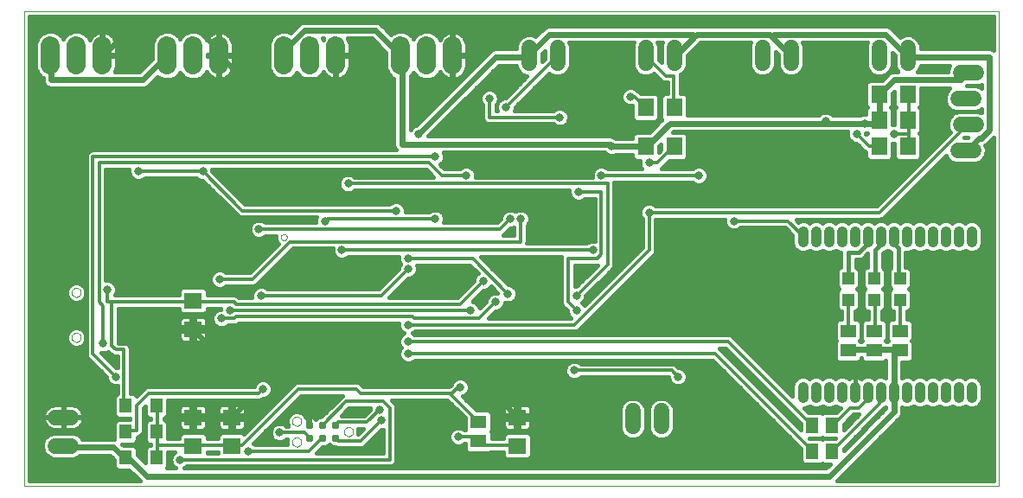
<source format=gbl>
G75*
%MOIN*%
%OFA0B0*%
%FSLAX24Y24*%
%IPPOS*%
%LPD*%
%AMOC8*
5,1,8,0,0,1.08239X$1,22.5*
%
%ADD10C,0.0000*%
%ADD11C,0.0310*%
%ADD12R,0.0709X0.0630*%
%ADD13R,0.0472X0.0551*%
%ADD14R,0.0630X0.0512*%
%ADD15R,0.0512X0.0591*%
%ADD16R,0.0472X0.0472*%
%ADD17R,0.0591X0.0512*%
%ADD18C,0.0600*%
%ADD19R,0.0630X0.0709*%
%ADD20C,0.0740*%
%ADD21C,0.0413*%
%ADD22C,0.0240*%
%ADD23C,0.0317*%
%ADD24C,0.0160*%
%ADD25C,0.0120*%
%ADD26C,0.0180*%
D10*
X003100Y002310D02*
X003100Y020606D01*
X040670Y020606D01*
X040670Y002310D01*
X003100Y002310D01*
X004923Y008044D02*
X004925Y008070D01*
X004931Y008096D01*
X004941Y008121D01*
X004954Y008144D01*
X004970Y008164D01*
X004990Y008182D01*
X005012Y008197D01*
X005035Y008209D01*
X005061Y008217D01*
X005087Y008221D01*
X005113Y008221D01*
X005139Y008217D01*
X005165Y008209D01*
X005189Y008197D01*
X005210Y008182D01*
X005230Y008164D01*
X005246Y008144D01*
X005259Y008121D01*
X005269Y008096D01*
X005275Y008070D01*
X005277Y008044D01*
X005275Y008018D01*
X005269Y007992D01*
X005259Y007967D01*
X005246Y007944D01*
X005230Y007924D01*
X005210Y007906D01*
X005188Y007891D01*
X005165Y007879D01*
X005139Y007871D01*
X005113Y007867D01*
X005087Y007867D01*
X005061Y007871D01*
X005035Y007879D01*
X005011Y007891D01*
X004990Y007906D01*
X004970Y007924D01*
X004954Y007944D01*
X004941Y007967D01*
X004931Y007992D01*
X004925Y008018D01*
X004923Y008044D01*
X004923Y009776D02*
X004925Y009802D01*
X004931Y009828D01*
X004941Y009853D01*
X004954Y009876D01*
X004970Y009896D01*
X004990Y009914D01*
X005012Y009929D01*
X005035Y009941D01*
X005061Y009949D01*
X005087Y009953D01*
X005113Y009953D01*
X005139Y009949D01*
X005165Y009941D01*
X005189Y009929D01*
X005210Y009914D01*
X005230Y009896D01*
X005246Y009876D01*
X005259Y009853D01*
X005269Y009828D01*
X005275Y009802D01*
X005277Y009776D01*
X005275Y009750D01*
X005269Y009724D01*
X005259Y009699D01*
X005246Y009676D01*
X005230Y009656D01*
X005210Y009638D01*
X005188Y009623D01*
X005165Y009611D01*
X005139Y009603D01*
X005113Y009599D01*
X005087Y009599D01*
X005061Y009603D01*
X005035Y009611D01*
X005011Y009623D01*
X004990Y009638D01*
X004970Y009656D01*
X004954Y009676D01*
X004941Y009699D01*
X004931Y009724D01*
X004925Y009750D01*
X004923Y009776D01*
X012982Y011910D02*
X012984Y011931D01*
X012990Y011951D01*
X012999Y011971D01*
X013011Y011988D01*
X013026Y012002D01*
X013044Y012014D01*
X013064Y012022D01*
X013084Y012027D01*
X013105Y012028D01*
X013126Y012025D01*
X013146Y012019D01*
X013165Y012008D01*
X013182Y011995D01*
X013195Y011979D01*
X013206Y011961D01*
X013214Y011941D01*
X013218Y011921D01*
X013218Y011899D01*
X013214Y011879D01*
X013206Y011859D01*
X013195Y011841D01*
X013182Y011825D01*
X013165Y011812D01*
X013146Y011801D01*
X013126Y011795D01*
X013105Y011792D01*
X013084Y011793D01*
X013064Y011798D01*
X013044Y011806D01*
X013026Y011818D01*
X013011Y011832D01*
X012999Y011849D01*
X012990Y011869D01*
X012984Y011889D01*
X012982Y011910D01*
X013425Y004810D02*
X013427Y004836D01*
X013433Y004862D01*
X013442Y004886D01*
X013455Y004909D01*
X013472Y004929D01*
X013491Y004947D01*
X013513Y004962D01*
X013536Y004973D01*
X013561Y004981D01*
X013587Y004985D01*
X013613Y004985D01*
X013639Y004981D01*
X013664Y004973D01*
X013688Y004962D01*
X013709Y004947D01*
X013728Y004929D01*
X013745Y004909D01*
X013758Y004886D01*
X013767Y004862D01*
X013773Y004836D01*
X013775Y004810D01*
X013773Y004784D01*
X013767Y004758D01*
X013758Y004734D01*
X013745Y004711D01*
X013728Y004691D01*
X013709Y004673D01*
X013687Y004658D01*
X013664Y004647D01*
X013639Y004639D01*
X013613Y004635D01*
X013587Y004635D01*
X013561Y004639D01*
X013536Y004647D01*
X013512Y004658D01*
X013491Y004673D01*
X013472Y004691D01*
X013455Y004711D01*
X013442Y004734D01*
X013433Y004758D01*
X013427Y004784D01*
X013425Y004810D01*
X013425Y004010D02*
X013427Y004036D01*
X013433Y004062D01*
X013442Y004086D01*
X013455Y004109D01*
X013472Y004129D01*
X013491Y004147D01*
X013513Y004162D01*
X013536Y004173D01*
X013561Y004181D01*
X013587Y004185D01*
X013613Y004185D01*
X013639Y004181D01*
X013664Y004173D01*
X013688Y004162D01*
X013709Y004147D01*
X013728Y004129D01*
X013745Y004109D01*
X013758Y004086D01*
X013767Y004062D01*
X013773Y004036D01*
X013775Y004010D01*
X013773Y003984D01*
X013767Y003958D01*
X013758Y003934D01*
X013745Y003911D01*
X013728Y003891D01*
X013709Y003873D01*
X013687Y003858D01*
X013664Y003847D01*
X013639Y003839D01*
X013613Y003835D01*
X013587Y003835D01*
X013561Y003839D01*
X013536Y003847D01*
X013512Y003858D01*
X013491Y003873D01*
X013472Y003891D01*
X013455Y003911D01*
X013442Y003934D01*
X013433Y003958D01*
X013427Y003984D01*
X013425Y004010D01*
X015425Y004410D02*
X015427Y004436D01*
X015433Y004462D01*
X015442Y004486D01*
X015455Y004509D01*
X015472Y004529D01*
X015491Y004547D01*
X015513Y004562D01*
X015536Y004573D01*
X015561Y004581D01*
X015587Y004585D01*
X015613Y004585D01*
X015639Y004581D01*
X015664Y004573D01*
X015688Y004562D01*
X015709Y004547D01*
X015728Y004529D01*
X015745Y004509D01*
X015758Y004486D01*
X015767Y004462D01*
X015773Y004436D01*
X015775Y004410D01*
X015773Y004384D01*
X015767Y004358D01*
X015758Y004334D01*
X015745Y004311D01*
X015728Y004291D01*
X015709Y004273D01*
X015687Y004258D01*
X015664Y004247D01*
X015639Y004239D01*
X015613Y004235D01*
X015587Y004235D01*
X015561Y004239D01*
X015536Y004247D01*
X015512Y004258D01*
X015491Y004273D01*
X015472Y004291D01*
X015455Y004311D01*
X015442Y004334D01*
X015433Y004358D01*
X015427Y004384D01*
X015425Y004410D01*
D11*
X015100Y004160D03*
X014600Y004160D03*
X014100Y004160D03*
X014100Y004660D03*
X014600Y004660D03*
X015100Y004660D03*
D12*
X011100Y004961D03*
X011100Y003859D03*
X009600Y003859D03*
X009600Y004961D03*
X009600Y008359D03*
X009600Y009461D03*
X022100Y004961D03*
X022100Y003859D03*
D13*
X008191Y003410D03*
X007009Y003410D03*
X007009Y004410D03*
X008191Y004410D03*
X008191Y005410D03*
X007009Y005410D03*
D14*
X020600Y004784D03*
X020600Y004036D03*
D15*
X033476Y003660D03*
X034224Y003660D03*
X034224Y004660D03*
X033476Y004660D03*
D16*
X034850Y009497D03*
X034850Y010324D03*
X035850Y010324D03*
X035850Y009497D03*
X036850Y009497D03*
X036850Y010324D03*
D17*
X036850Y008284D03*
X035850Y008284D03*
X034850Y008284D03*
X034850Y007536D03*
X035850Y007536D03*
X036850Y007536D03*
D18*
X027650Y005210D02*
X027650Y004610D01*
X026550Y004610D02*
X026550Y005210D01*
X039080Y015250D02*
X039680Y015250D01*
X039780Y016250D02*
X039180Y016250D01*
X039080Y017250D02*
X039680Y017250D01*
X039780Y018250D02*
X039180Y018250D01*
X037150Y018610D02*
X037150Y019210D01*
X036050Y019210D02*
X036050Y018610D01*
X032650Y018610D02*
X032650Y019210D01*
X031550Y019210D02*
X031550Y018610D01*
X028150Y018610D02*
X028150Y019210D01*
X027050Y019210D02*
X027050Y018610D01*
X023650Y018610D02*
X023650Y019210D01*
X022550Y019210D02*
X022550Y018610D01*
X004900Y004960D02*
X004300Y004960D01*
X004300Y003860D02*
X004900Y003860D01*
D19*
X027049Y015410D03*
X028151Y015410D03*
X028151Y016910D03*
X027049Y016910D03*
X036049Y016410D03*
X036049Y015410D03*
X037151Y015410D03*
X037151Y016410D03*
X037151Y017410D03*
X036049Y017410D03*
D20*
X019600Y018540D02*
X019600Y019280D01*
X018600Y019280D02*
X018600Y018540D01*
X017600Y018540D02*
X017600Y019280D01*
X015100Y019280D02*
X015100Y018540D01*
X014100Y018540D02*
X014100Y019280D01*
X013100Y019280D02*
X013100Y018540D01*
X010600Y018540D02*
X010600Y019280D01*
X009600Y019280D02*
X009600Y018540D01*
X008600Y018540D02*
X008600Y019280D01*
X006100Y019280D02*
X006100Y018540D01*
X005100Y018540D02*
X005100Y019280D01*
X004100Y019280D02*
X004100Y018540D01*
D21*
X033115Y012132D02*
X033115Y011719D01*
X033615Y011719D02*
X033615Y012132D01*
X034115Y012132D02*
X034115Y011719D01*
X034615Y011719D02*
X034615Y012132D01*
X035115Y012132D02*
X035115Y011719D01*
X035615Y011719D02*
X035615Y012132D01*
X036115Y012132D02*
X036115Y011719D01*
X036615Y011719D02*
X036615Y012132D01*
X037115Y012132D02*
X037115Y011719D01*
X037615Y011719D02*
X037615Y012132D01*
X038115Y012132D02*
X038115Y011719D01*
X038615Y011719D02*
X038615Y012132D01*
X039115Y012132D02*
X039115Y011719D01*
X039615Y011719D02*
X039615Y012132D01*
X039615Y006132D02*
X039615Y005719D01*
X039115Y005719D02*
X039115Y006132D01*
X038615Y006132D02*
X038615Y005719D01*
X038115Y005719D02*
X038115Y006132D01*
X037615Y006132D02*
X037615Y005719D01*
X037115Y005719D02*
X037115Y006132D01*
X036615Y006132D02*
X036615Y005719D01*
X036115Y005719D02*
X036115Y006132D01*
X035615Y006132D02*
X035615Y005719D01*
X035115Y005719D02*
X035115Y006132D01*
X034615Y006132D02*
X034615Y005719D01*
X034115Y005719D02*
X034115Y006132D01*
X033615Y006132D02*
X033615Y005719D01*
X033115Y005719D02*
X033115Y006132D01*
D22*
X034850Y007536D02*
X034860Y007570D01*
X035820Y007570D01*
X035850Y007536D01*
X035900Y007570D01*
X036780Y007570D01*
X036850Y007536D01*
X036620Y007490D01*
X036620Y005970D01*
X036615Y005925D01*
X036620Y005810D01*
X036620Y005170D01*
X034140Y002690D01*
X007820Y002690D01*
X007100Y003410D01*
X007009Y003410D01*
X006940Y003410D01*
X006540Y003810D01*
X004620Y003810D01*
X004600Y003860D01*
X009600Y004961D02*
X009660Y005010D01*
X011100Y005010D01*
X011100Y004961D01*
X011180Y005090D01*
X011580Y005490D01*
X012700Y005490D01*
X012700Y006210D01*
X012460Y006450D01*
X012540Y006530D01*
X019420Y006530D01*
X019420Y006210D01*
X019420Y006530D02*
X020540Y006530D01*
X021420Y005650D01*
X021500Y005730D01*
X028060Y005730D01*
X029180Y006850D01*
X022100Y004961D02*
X022060Y005010D01*
X021420Y005650D01*
X014060Y005250D02*
X014060Y004690D01*
X014100Y004660D01*
X014060Y005250D02*
X013260Y005250D01*
X012460Y004450D01*
X012460Y004370D01*
X012460Y006450D02*
X011500Y006450D01*
X010220Y007730D01*
X009660Y008290D01*
X009600Y008359D01*
X017660Y015490D02*
X025660Y015490D01*
X025740Y015410D01*
X027049Y015410D01*
X027100Y015410D01*
X027980Y016290D01*
X033980Y016290D01*
X033980Y016370D01*
X033980Y016290D02*
X035500Y016290D01*
X035900Y016290D01*
X035980Y016370D01*
X036049Y016410D01*
X036060Y016530D01*
X036060Y017410D01*
X036049Y017410D01*
X036140Y017490D01*
X036620Y017970D01*
X039180Y017970D01*
X039420Y018210D01*
X039480Y018250D01*
X040300Y018850D02*
X037180Y018850D01*
X037150Y018910D01*
X037100Y018930D01*
X036300Y019730D01*
X031980Y019730D01*
X031900Y019650D01*
X031820Y019730D01*
X029020Y019730D01*
X028940Y019650D01*
X028860Y019730D01*
X023340Y019730D01*
X022620Y019010D01*
X022550Y018910D01*
X022540Y018850D01*
X021260Y018850D01*
X018300Y015890D01*
X017660Y015490D02*
X017660Y018850D01*
X017600Y018910D01*
X016620Y019890D01*
X013900Y019890D01*
X013100Y019090D01*
X013100Y018910D01*
X011580Y017970D02*
X011260Y018290D01*
X013180Y020210D01*
X019580Y020210D01*
X019580Y018930D01*
X019600Y018910D01*
X015100Y018910D02*
X015100Y017970D01*
X011580Y017970D01*
X011260Y018290D02*
X010700Y018850D01*
X010600Y018910D01*
X010540Y018930D01*
X010540Y019170D01*
X009820Y019890D01*
X007100Y019890D01*
X006140Y018930D01*
X006100Y018910D01*
X007660Y017970D02*
X008600Y018910D01*
X007660Y017970D02*
X004140Y017970D01*
X004140Y018850D01*
X004100Y018910D01*
X028150Y018910D02*
X028220Y018930D01*
X028940Y019650D01*
X031900Y019650D02*
X032620Y018930D01*
X032650Y018910D01*
X039380Y015250D02*
X039420Y015250D01*
X039900Y015730D01*
X039980Y015730D01*
X040300Y016050D01*
X040300Y018850D01*
D23*
X036620Y015890D03*
X035500Y016290D03*
X035180Y015890D03*
X033980Y016370D03*
X029100Y014290D03*
X027180Y014770D03*
X025740Y015410D03*
X025340Y014290D03*
X024460Y013650D03*
X022220Y012610D03*
X021820Y012610D03*
X020140Y014290D03*
X018940Y015010D03*
X018300Y015890D03*
X021020Y017250D03*
X021660Y016930D03*
X023740Y016530D03*
X026460Y017330D03*
X027180Y012850D03*
X025020Y011410D03*
X024380Y009650D03*
X024380Y009090D03*
X021740Y009730D03*
X021260Y009410D03*
X020780Y010210D03*
X020300Y009090D03*
X017900Y008530D03*
X017900Y007890D03*
X017900Y007410D03*
X019420Y006210D03*
X019900Y006130D03*
X019820Y004210D03*
X016860Y004850D03*
X016780Y005250D03*
X012940Y004370D03*
X012460Y004370D03*
X011740Y003650D03*
X012300Y006050D03*
X010220Y007730D03*
X010700Y008770D03*
X011020Y009090D03*
X010620Y010290D03*
X012220Y009650D03*
X015340Y011410D03*
X014700Y012530D03*
X015580Y013970D03*
X017420Y012930D03*
X018940Y012610D03*
X017900Y011090D03*
X017900Y010690D03*
X012140Y012210D03*
X009980Y014450D03*
X007500Y014450D03*
X006300Y009890D03*
X006140Y007810D03*
X006620Y006530D03*
X009100Y003330D03*
X024300Y006770D03*
X028300Y006530D03*
X029180Y006850D03*
X030460Y012530D03*
D24*
X030707Y012270D02*
X032432Y012270D01*
X032708Y011994D01*
X032708Y011638D01*
X032770Y011488D01*
X032885Y011374D01*
X033034Y011312D01*
X033196Y011312D01*
X033345Y011374D01*
X033365Y011393D01*
X033385Y011374D01*
X033534Y011312D01*
X033696Y011312D01*
X033845Y011374D01*
X033865Y011393D01*
X033885Y011374D01*
X034034Y011312D01*
X034196Y011312D01*
X034345Y011374D01*
X034365Y011393D01*
X034385Y011374D01*
X034534Y011312D01*
X034570Y011312D01*
X034570Y010760D01*
X034531Y010760D01*
X034414Y010643D01*
X034414Y010005D01*
X034508Y009910D01*
X034414Y009816D01*
X034414Y009178D01*
X034531Y009061D01*
X034600Y009061D01*
X034600Y008740D01*
X034472Y008740D01*
X034355Y008623D01*
X034355Y007946D01*
X034390Y007910D01*
X034355Y007875D01*
X034355Y007197D01*
X034472Y007080D01*
X035228Y007080D01*
X035345Y007197D01*
X035345Y007250D01*
X035355Y007250D01*
X035355Y007197D01*
X035472Y007080D01*
X036228Y007080D01*
X036300Y007152D01*
X036300Y006496D01*
X036196Y006539D01*
X036034Y006539D01*
X035885Y006477D01*
X035865Y006457D01*
X035845Y006477D01*
X035696Y006539D01*
X035534Y006539D01*
X035385Y006477D01*
X035349Y006441D01*
X035298Y006475D01*
X035228Y006504D01*
X035153Y006519D01*
X035115Y006519D01*
X035077Y006519D01*
X035002Y006504D01*
X034932Y006475D01*
X034881Y006441D01*
X034845Y006477D01*
X034696Y006539D01*
X034534Y006539D01*
X034385Y006477D01*
X034365Y006457D01*
X034345Y006477D01*
X034196Y006539D01*
X034034Y006539D01*
X033885Y006477D01*
X033865Y006457D01*
X033845Y006477D01*
X033696Y006539D01*
X033534Y006539D01*
X033385Y006477D01*
X033365Y006457D01*
X033345Y006477D01*
X033196Y006539D01*
X033034Y006539D01*
X032885Y006477D01*
X032770Y006362D01*
X032708Y006213D01*
X032708Y005770D01*
X030440Y008038D01*
X030367Y008111D01*
X030272Y008150D01*
X018147Y008150D01*
X018103Y008194D01*
X018064Y008210D01*
X018103Y008226D01*
X018147Y008270D01*
X024352Y008270D01*
X024447Y008310D01*
X027327Y011190D01*
X027400Y011263D01*
X027440Y011359D01*
X027440Y012590D01*
X030102Y012590D01*
X030102Y012459D01*
X030156Y012327D01*
X030257Y012226D01*
X030389Y012172D01*
X030531Y012172D01*
X030663Y012226D01*
X030707Y012270D01*
X030197Y012286D02*
X027440Y012286D01*
X027440Y012128D02*
X032575Y012128D01*
X032708Y011969D02*
X027440Y011969D01*
X027440Y011811D02*
X032708Y011811D01*
X032708Y011652D02*
X027440Y011652D01*
X027440Y011494D02*
X032768Y011494D01*
X032978Y011335D02*
X027430Y011335D01*
X027314Y011177D02*
X034570Y011177D01*
X034570Y011018D02*
X027156Y011018D01*
X026997Y010860D02*
X034570Y010860D01*
X034472Y010701D02*
X026839Y010701D01*
X026680Y010543D02*
X034414Y010543D01*
X034414Y010384D02*
X026522Y010384D01*
X026363Y010226D02*
X034414Y010226D01*
X034414Y010067D02*
X026205Y010067D01*
X026046Y009909D02*
X034507Y009909D01*
X034414Y009750D02*
X025888Y009750D01*
X025729Y009592D02*
X034414Y009592D01*
X034414Y009433D02*
X025571Y009433D01*
X025412Y009275D02*
X034414Y009275D01*
X034475Y009116D02*
X025254Y009116D01*
X025095Y008958D02*
X034600Y008958D01*
X034600Y008799D02*
X024937Y008799D01*
X024778Y008641D02*
X034372Y008641D01*
X034355Y008482D02*
X024620Y008482D01*
X024461Y008324D02*
X034355Y008324D01*
X034355Y008165D02*
X018132Y008165D01*
X017736Y008210D02*
X017697Y008194D01*
X017596Y008093D01*
X017542Y007962D01*
X017542Y007819D01*
X017596Y007687D01*
X017633Y007650D01*
X017596Y007613D01*
X017542Y007482D01*
X017542Y007339D01*
X017596Y007207D01*
X017697Y007106D01*
X017829Y007052D01*
X017971Y007052D01*
X018103Y007106D01*
X018147Y007150D01*
X029632Y007150D01*
X033020Y003762D01*
X033020Y003282D01*
X033137Y003165D01*
X033815Y003165D01*
X033850Y003200D01*
X033885Y003165D01*
X034162Y003165D01*
X034007Y003010D01*
X009264Y003010D01*
X009303Y003026D01*
X009347Y003070D01*
X017232Y003070D01*
X017327Y003110D01*
X017400Y003183D01*
X017440Y003279D01*
X017440Y005382D01*
X017400Y005478D01*
X017327Y005551D01*
X017248Y005630D01*
X019392Y005630D01*
X019393Y005630D01*
X020085Y004938D01*
X020085Y004470D01*
X020067Y004470D01*
X020023Y004514D01*
X019891Y004569D01*
X019749Y004569D01*
X019617Y004514D01*
X019516Y004413D01*
X019462Y004282D01*
X019462Y004139D01*
X019516Y004007D01*
X019617Y003906D01*
X019749Y003852D01*
X019891Y003852D01*
X020023Y003906D01*
X020067Y003950D01*
X020085Y003950D01*
X020085Y003697D01*
X020202Y003580D01*
X020998Y003580D01*
X021048Y003630D01*
X021546Y003630D01*
X021546Y003461D01*
X021663Y003344D01*
X022537Y003344D01*
X022654Y003461D01*
X022654Y004257D01*
X022537Y004374D01*
X021663Y004374D01*
X021546Y004257D01*
X021546Y004150D01*
X021115Y004150D01*
X021115Y004375D01*
X021080Y004410D01*
X021115Y004446D01*
X021115Y005123D01*
X020998Y005240D01*
X020518Y005240D01*
X019982Y005776D01*
X020103Y005826D01*
X020204Y005927D01*
X020258Y006059D01*
X020258Y006202D01*
X020204Y006333D01*
X020103Y006434D01*
X019971Y006489D01*
X019829Y006489D01*
X019697Y006434D01*
X019596Y006333D01*
X019554Y006232D01*
X019472Y006150D01*
X016168Y006150D01*
X016120Y006198D01*
X016047Y006271D01*
X015952Y006310D01*
X013608Y006310D01*
X013513Y006271D01*
X011577Y004335D01*
X011537Y004374D01*
X010663Y004374D01*
X010546Y004257D01*
X010546Y004150D01*
X010154Y004150D01*
X010154Y004257D01*
X010037Y004374D01*
X009163Y004374D01*
X009046Y004257D01*
X009046Y004150D01*
X008627Y004150D01*
X008627Y004769D01*
X008510Y004886D01*
X008480Y004886D01*
X008480Y004935D01*
X008510Y004935D01*
X008627Y005052D01*
X008627Y005630D01*
X012192Y005630D01*
X012287Y005670D01*
X012309Y005692D01*
X012371Y005692D01*
X012503Y005746D01*
X012604Y005847D01*
X012658Y005979D01*
X012658Y006122D01*
X012604Y006253D01*
X012503Y006354D01*
X012371Y006409D01*
X012229Y006409D01*
X012097Y006354D01*
X011996Y006253D01*
X011953Y006150D01*
X007848Y006150D01*
X007753Y006111D01*
X007428Y005786D01*
X007329Y005886D01*
X007200Y005886D01*
X007200Y007622D01*
X007160Y007718D01*
X007087Y007791D01*
X006992Y007830D01*
X006728Y007830D01*
X006720Y007838D01*
X006720Y009150D01*
X009046Y009150D01*
X009046Y009064D01*
X009163Y008946D01*
X010037Y008946D01*
X010154Y009064D01*
X010154Y009150D01*
X010662Y009150D01*
X010662Y009129D01*
X010629Y009129D01*
X010497Y009074D01*
X010396Y008973D01*
X010342Y008842D01*
X010342Y008699D01*
X010396Y008567D01*
X010497Y008466D01*
X010629Y008412D01*
X010771Y008412D01*
X010903Y008466D01*
X010947Y008510D01*
X011232Y008510D01*
X011327Y008550D01*
X011368Y008590D01*
X017542Y008590D01*
X017542Y008459D01*
X017596Y008327D01*
X017697Y008226D01*
X017736Y008210D01*
X017668Y008165D02*
X010134Y008165D01*
X010134Y008282D02*
X009677Y008282D01*
X009677Y007864D01*
X009978Y007864D01*
X010024Y007876D01*
X010065Y007900D01*
X010098Y007934D01*
X010122Y007975D01*
X010134Y008020D01*
X010134Y008282D01*
X010134Y008437D02*
X009677Y008437D01*
X009523Y008437D01*
X009523Y008854D01*
X009222Y008854D01*
X009176Y008842D01*
X009135Y008818D01*
X009102Y008785D01*
X009078Y008744D01*
X009066Y008698D01*
X009066Y008437D01*
X009523Y008437D01*
X009523Y008282D01*
X009677Y008282D01*
X009677Y008437D01*
X009677Y008854D01*
X009978Y008854D01*
X010024Y008842D01*
X010065Y008818D01*
X010098Y008785D01*
X010122Y008744D01*
X010134Y008698D01*
X010134Y008437D01*
X010134Y008482D02*
X010481Y008482D01*
X010366Y008641D02*
X010134Y008641D01*
X010084Y008799D02*
X010342Y008799D01*
X010390Y008958D02*
X010048Y008958D01*
X010154Y009116D02*
X010599Y009116D01*
X010154Y009670D02*
X010154Y009859D01*
X010037Y009976D01*
X009163Y009976D01*
X009046Y009859D01*
X009046Y009670D01*
X006587Y009670D01*
X006604Y009687D01*
X006658Y009819D01*
X006658Y009962D01*
X006604Y010093D01*
X006503Y010194D01*
X006371Y010249D01*
X006240Y010249D01*
X006240Y014510D01*
X007142Y014510D01*
X007142Y014379D01*
X007196Y014247D01*
X007297Y014146D01*
X007429Y014092D01*
X007571Y014092D01*
X007703Y014146D01*
X007747Y014190D01*
X009733Y014190D01*
X009777Y014146D01*
X009909Y014092D01*
X009971Y014092D01*
X011280Y012783D01*
X011353Y012710D01*
X011448Y012670D01*
X014370Y012670D01*
X014342Y012602D01*
X014342Y012470D01*
X012387Y012470D01*
X012343Y012514D01*
X012211Y012569D01*
X012069Y012569D01*
X011937Y012514D01*
X011836Y012413D01*
X011782Y012282D01*
X011782Y012139D01*
X011836Y012007D01*
X011937Y011906D01*
X012069Y011852D01*
X012211Y011852D01*
X012343Y011906D01*
X012387Y011950D01*
X012782Y011950D01*
X012782Y011847D01*
X012830Y011730D01*
X012901Y011659D01*
X011792Y010550D01*
X010867Y010550D01*
X010823Y010594D01*
X010691Y010649D01*
X010549Y010649D01*
X010417Y010594D01*
X010316Y010493D01*
X010262Y010362D01*
X010262Y010219D01*
X010316Y010087D01*
X010417Y009986D01*
X010549Y009932D01*
X010691Y009932D01*
X010823Y009986D01*
X010867Y010030D01*
X011952Y010030D01*
X012047Y010070D01*
X012120Y010143D01*
X013448Y011470D01*
X014982Y011470D01*
X014982Y011339D01*
X015036Y011207D01*
X015137Y011106D01*
X015269Y011052D01*
X015411Y011052D01*
X015543Y011106D01*
X015587Y011150D01*
X017542Y011150D01*
X017542Y011019D01*
X017595Y010890D01*
X017542Y010762D01*
X017542Y010700D01*
X016752Y009910D01*
X012467Y009910D01*
X012423Y009954D01*
X012291Y010009D01*
X012149Y010009D01*
X012017Y009954D01*
X011916Y009853D01*
X011862Y009722D01*
X011862Y009590D01*
X011368Y009590D01*
X011327Y009631D01*
X011232Y009670D01*
X010154Y009670D01*
X010154Y009750D02*
X011873Y009750D01*
X011862Y009592D02*
X011366Y009592D01*
X011972Y009909D02*
X010105Y009909D01*
X010336Y010067D02*
X006615Y010067D01*
X006658Y009909D02*
X009095Y009909D01*
X009046Y009750D02*
X006630Y009750D01*
X006427Y010226D02*
X010262Y010226D01*
X010271Y010384D02*
X006240Y010384D01*
X006240Y010543D02*
X010366Y010543D01*
X011943Y010701D02*
X006240Y010701D01*
X006240Y010860D02*
X012102Y010860D01*
X012260Y011018D02*
X006240Y011018D01*
X006240Y011177D02*
X012419Y011177D01*
X012577Y011335D02*
X006240Y011335D01*
X006240Y011494D02*
X012736Y011494D01*
X012894Y011652D02*
X006240Y011652D01*
X006240Y011811D02*
X012797Y011811D01*
X013313Y011335D02*
X014983Y011335D01*
X015067Y011177D02*
X013154Y011177D01*
X012996Y011018D02*
X017542Y011018D01*
X017582Y010860D02*
X012837Y010860D01*
X012679Y010701D02*
X017542Y010701D01*
X017385Y010543D02*
X012520Y010543D01*
X012362Y010384D02*
X017226Y010384D01*
X017068Y010226D02*
X012203Y010226D01*
X012041Y010067D02*
X016909Y010067D01*
X017328Y009750D02*
X019952Y009750D01*
X019794Y009592D02*
X017169Y009592D01*
X017168Y009590D02*
X017909Y010332D01*
X017971Y010332D01*
X018103Y010386D01*
X018204Y010487D01*
X018258Y010619D01*
X018258Y010762D01*
X018230Y010830D01*
X020272Y010830D01*
X020585Y010517D01*
X020577Y010514D01*
X020476Y010413D01*
X020422Y010282D01*
X020422Y010220D01*
X019792Y009590D01*
X017168Y009590D01*
X017486Y009909D02*
X020111Y009909D01*
X020269Y010067D02*
X017645Y010067D01*
X017803Y010226D02*
X020422Y010226D01*
X020464Y010384D02*
X018098Y010384D01*
X018227Y010543D02*
X020560Y010543D01*
X020401Y010701D02*
X018258Y010701D01*
X019270Y012470D02*
X019298Y012539D01*
X019298Y012682D01*
X019244Y012813D01*
X019143Y012914D01*
X019011Y012969D01*
X018869Y012969D01*
X018737Y012914D01*
X018693Y012870D01*
X017778Y012870D01*
X017778Y013002D01*
X017724Y013133D01*
X017623Y013234D01*
X017491Y013289D01*
X017349Y013289D01*
X017217Y013234D01*
X017173Y013190D01*
X011608Y013190D01*
X010338Y014460D01*
X010338Y014510D01*
X018592Y014510D01*
X018872Y014230D01*
X015827Y014230D01*
X015783Y014274D01*
X015651Y014329D01*
X015509Y014329D01*
X015377Y014274D01*
X015276Y014173D01*
X015222Y014042D01*
X015222Y013899D01*
X015276Y013767D01*
X015377Y013666D01*
X015509Y013612D01*
X015651Y013612D01*
X015783Y013666D01*
X015827Y013710D01*
X024102Y013710D01*
X024102Y013579D01*
X024156Y013447D01*
X024257Y013346D01*
X024389Y013292D01*
X024531Y013292D01*
X024663Y013346D01*
X024707Y013390D01*
X025080Y013390D01*
X025080Y011769D01*
X024949Y011769D01*
X024817Y011714D01*
X024773Y011670D01*
X022477Y011670D01*
X022480Y011679D01*
X022480Y012363D01*
X022524Y012407D01*
X022578Y012539D01*
X022578Y012682D01*
X022524Y012813D01*
X022423Y012914D01*
X022291Y012969D01*
X022149Y012969D01*
X022020Y012915D01*
X021891Y012969D01*
X021749Y012969D01*
X021617Y012914D01*
X021516Y012813D01*
X021462Y012682D01*
X021462Y012620D01*
X021312Y012470D01*
X019270Y012470D01*
X019298Y012603D02*
X021445Y012603D01*
X021495Y012762D02*
X019265Y012762D01*
X019128Y012920D02*
X021632Y012920D01*
X022008Y012920D02*
X022032Y012920D01*
X022408Y012920D02*
X025080Y012920D01*
X025080Y012762D02*
X022545Y012762D01*
X022578Y012603D02*
X025080Y012603D01*
X025080Y012445D02*
X022539Y012445D01*
X022480Y012286D02*
X025080Y012286D01*
X025080Y012128D02*
X022480Y012128D01*
X022480Y011969D02*
X025080Y011969D01*
X025080Y011811D02*
X022480Y011811D01*
X021960Y011990D02*
X021960Y012280D01*
X021891Y012252D01*
X021829Y012252D01*
X021568Y011990D01*
X021960Y011990D01*
X021960Y012128D02*
X021705Y012128D01*
X020688Y011150D02*
X023803Y011150D01*
X023800Y011142D01*
X023800Y009359D01*
X023840Y009263D01*
X024022Y009081D01*
X024022Y009019D01*
X024076Y008887D01*
X024173Y008790D01*
X021008Y008790D01*
X021269Y009052D01*
X021331Y009052D01*
X021463Y009106D01*
X021564Y009207D01*
X021618Y009339D01*
X021618Y009393D01*
X021669Y009372D01*
X021811Y009372D01*
X021943Y009426D01*
X022044Y009527D01*
X022098Y009659D01*
X022098Y009802D01*
X022044Y009933D01*
X021943Y010034D01*
X021811Y010089D01*
X021749Y010089D01*
X020688Y011150D01*
X020820Y011018D02*
X023800Y011018D01*
X023800Y010860D02*
X020978Y010860D01*
X021137Y010701D02*
X023800Y010701D01*
X023800Y010543D02*
X021295Y010543D01*
X021454Y010384D02*
X023800Y010384D01*
X023800Y010226D02*
X021612Y010226D01*
X021863Y010067D02*
X023800Y010067D01*
X023800Y009909D02*
X022054Y009909D01*
X022098Y009750D02*
X023800Y009750D01*
X023800Y009592D02*
X022071Y009592D01*
X021950Y009433D02*
X023800Y009433D01*
X023835Y009275D02*
X021592Y009275D01*
X021473Y009116D02*
X023986Y009116D01*
X024047Y008958D02*
X021175Y008958D01*
X021017Y008799D02*
X024164Y008799D01*
X024687Y009285D02*
X024684Y009293D01*
X024607Y009370D01*
X024684Y009447D01*
X024738Y009579D01*
X024738Y009641D01*
X025727Y010630D01*
X025800Y010703D01*
X025840Y010799D01*
X025840Y014022D01*
X025837Y014030D01*
X028854Y014030D01*
X028853Y014030D02*
X028897Y013986D01*
X029029Y013932D01*
X029171Y013932D01*
X029303Y013986D01*
X029404Y014087D01*
X029458Y014219D01*
X029458Y014362D01*
X029404Y014493D01*
X029303Y014594D01*
X029171Y014649D01*
X029029Y014649D01*
X028897Y014594D01*
X028853Y014550D01*
X027648Y014550D01*
X027720Y014623D01*
X027953Y014856D01*
X028549Y014856D01*
X028666Y014973D01*
X028666Y015847D01*
X028549Y015965D01*
X028107Y015965D01*
X028113Y015970D01*
X034825Y015970D01*
X034822Y015962D01*
X034822Y015819D01*
X034876Y015687D01*
X034977Y015586D01*
X035109Y015532D01*
X035171Y015532D01*
X035440Y015263D01*
X035513Y015190D01*
X035534Y015181D01*
X035534Y014973D01*
X035651Y014856D01*
X036447Y014856D01*
X036564Y014973D01*
X036564Y015532D01*
X036636Y015532D01*
X036636Y014973D01*
X036753Y014856D01*
X037549Y014856D01*
X037666Y014973D01*
X037666Y015847D01*
X037603Y015910D01*
X037666Y015973D01*
X037666Y016847D01*
X037603Y016910D01*
X037666Y016973D01*
X037666Y017650D01*
X038773Y017650D01*
X038656Y017533D01*
X038580Y017350D01*
X038580Y017151D01*
X038656Y016967D01*
X038797Y016826D01*
X038981Y016750D01*
X039779Y016750D01*
X039963Y016826D01*
X039980Y016843D01*
X039980Y016709D01*
X039879Y016750D01*
X039081Y016750D01*
X038897Y016674D01*
X038756Y016533D01*
X038680Y016350D01*
X038680Y016151D01*
X038756Y015967D01*
X038783Y015941D01*
X035952Y013110D01*
X027427Y013110D01*
X027383Y013154D01*
X027251Y013209D01*
X027109Y013209D01*
X026977Y013154D01*
X026876Y013053D01*
X026822Y012922D01*
X026822Y012779D01*
X026876Y012647D01*
X026920Y012603D01*
X025840Y012603D01*
X025840Y012445D02*
X026920Y012445D01*
X026920Y012603D02*
X026920Y011518D01*
X024687Y009285D01*
X024670Y009433D02*
X024835Y009433D01*
X024738Y009592D02*
X024994Y009592D01*
X024848Y009750D02*
X025152Y009750D01*
X025006Y009909D02*
X025311Y009909D01*
X025165Y010067D02*
X025469Y010067D01*
X025323Y010226D02*
X025628Y010226D01*
X025482Y010384D02*
X025786Y010384D01*
X025640Y010543D02*
X025945Y010543D01*
X025799Y010701D02*
X026103Y010701D01*
X026262Y010860D02*
X025840Y010860D01*
X025840Y011018D02*
X026420Y011018D01*
X026579Y011177D02*
X025840Y011177D01*
X025840Y011335D02*
X026737Y011335D01*
X026896Y011494D02*
X025840Y011494D01*
X025840Y011652D02*
X026920Y011652D01*
X026920Y011811D02*
X025840Y011811D01*
X025840Y011969D02*
X026920Y011969D01*
X026920Y012128D02*
X025840Y012128D01*
X025840Y012286D02*
X026920Y012286D01*
X026829Y012762D02*
X025840Y012762D01*
X025840Y012920D02*
X026822Y012920D01*
X026902Y013079D02*
X025840Y013079D01*
X025840Y013237D02*
X036079Y013237D01*
X036238Y013396D02*
X025840Y013396D01*
X025840Y013554D02*
X036396Y013554D01*
X036555Y013713D02*
X025840Y013713D01*
X025840Y013871D02*
X036713Y013871D01*
X036872Y014030D02*
X029346Y014030D01*
X029446Y014188D02*
X037030Y014188D01*
X037189Y014347D02*
X029458Y014347D01*
X029392Y014505D02*
X037347Y014505D01*
X037506Y014664D02*
X027761Y014664D01*
X027920Y014822D02*
X037664Y014822D01*
X037666Y014981D02*
X037823Y014981D01*
X037666Y015139D02*
X037981Y015139D01*
X038140Y015298D02*
X037666Y015298D01*
X037666Y015456D02*
X038298Y015456D01*
X038457Y015615D02*
X037666Y015615D01*
X037666Y015773D02*
X038615Y015773D01*
X038774Y015932D02*
X037625Y015932D01*
X037666Y016090D02*
X038705Y016090D01*
X038680Y016249D02*
X037666Y016249D01*
X037666Y016407D02*
X038704Y016407D01*
X038788Y016566D02*
X037666Y016566D01*
X037666Y016724D02*
X039018Y016724D01*
X038740Y016883D02*
X037631Y016883D01*
X037666Y017041D02*
X038625Y017041D01*
X038580Y017200D02*
X037666Y017200D01*
X037666Y017358D02*
X038584Y017358D01*
X038649Y017517D02*
X037666Y017517D01*
X037537Y018290D02*
X037574Y018327D01*
X037650Y018511D01*
X037650Y018530D01*
X038755Y018530D01*
X038680Y018350D01*
X038680Y018290D01*
X037537Y018290D01*
X037556Y018309D02*
X038680Y018309D01*
X038729Y018468D02*
X037632Y018468D01*
X037650Y019170D02*
X037650Y019310D01*
X037574Y019493D01*
X037433Y019634D01*
X037249Y019710D01*
X037051Y019710D01*
X036867Y019634D01*
X036858Y019625D01*
X036571Y019912D01*
X036481Y020002D01*
X036364Y020050D01*
X031916Y020050D01*
X031900Y020043D01*
X031884Y020050D01*
X028956Y020050D01*
X028940Y020043D01*
X028924Y020050D01*
X023276Y020050D01*
X023159Y020002D01*
X023069Y019912D01*
X022804Y019646D01*
X022649Y019710D01*
X022451Y019710D01*
X022267Y019634D01*
X022126Y019493D01*
X022050Y019310D01*
X022050Y019170D01*
X021196Y019170D01*
X021079Y019122D01*
X020989Y019032D01*
X018190Y016233D01*
X018097Y016194D01*
X017996Y016093D01*
X017980Y016054D01*
X017980Y018114D01*
X018083Y018217D01*
X018100Y018258D01*
X018117Y018217D01*
X018277Y018057D01*
X018487Y017970D01*
X018713Y017970D01*
X018923Y018057D01*
X019083Y018217D01*
X019112Y018287D01*
X019130Y018252D01*
X019180Y018182D01*
X019242Y018121D01*
X019312Y018070D01*
X019389Y018031D01*
X019471Y018004D01*
X019557Y017990D01*
X019570Y017990D01*
X019570Y018880D01*
X019630Y018880D01*
X019630Y017990D01*
X019643Y017990D01*
X019729Y018004D01*
X019811Y018031D01*
X019888Y018070D01*
X019958Y018121D01*
X020020Y018182D01*
X020070Y018252D01*
X020110Y018329D01*
X020136Y018411D01*
X020150Y018497D01*
X020150Y018880D01*
X019630Y018880D01*
X019630Y018940D01*
X020150Y018940D01*
X020150Y019324D01*
X020136Y019409D01*
X020110Y019491D01*
X020070Y019569D01*
X020020Y019639D01*
X019958Y019700D01*
X019888Y019751D01*
X019811Y019790D01*
X019729Y019817D01*
X019643Y019830D01*
X019630Y019830D01*
X019630Y018940D01*
X019570Y018940D01*
X019570Y019830D01*
X019557Y019830D01*
X019471Y019817D01*
X019389Y019790D01*
X019312Y019751D01*
X019242Y019700D01*
X019180Y019639D01*
X019130Y019569D01*
X019112Y019534D01*
X019083Y019603D01*
X018923Y019763D01*
X018713Y019850D01*
X018487Y019850D01*
X018277Y019763D01*
X018117Y019603D01*
X018100Y019563D01*
X018083Y019603D01*
X017923Y019763D01*
X017713Y019850D01*
X017487Y019850D01*
X017277Y019763D01*
X017238Y019725D01*
X016891Y020072D01*
X016801Y020162D01*
X016684Y020210D01*
X013836Y020210D01*
X013719Y020162D01*
X013351Y019793D01*
X013213Y019850D01*
X012987Y019850D01*
X012777Y019763D01*
X012617Y019603D01*
X012530Y019394D01*
X012530Y018427D01*
X012617Y018217D01*
X012777Y018057D01*
X012987Y017970D01*
X013213Y017970D01*
X013423Y018057D01*
X013583Y018217D01*
X013600Y018258D01*
X013617Y018217D01*
X013777Y018057D01*
X013987Y017970D01*
X014213Y017970D01*
X014423Y018057D01*
X014583Y018217D01*
X014612Y018287D01*
X014630Y018252D01*
X014680Y018182D01*
X014742Y018121D01*
X014812Y018070D01*
X014889Y018031D01*
X014971Y018004D01*
X015057Y017990D01*
X015070Y017990D01*
X015070Y018880D01*
X015130Y018880D01*
X015130Y017990D01*
X015143Y017990D01*
X015229Y018004D01*
X015311Y018031D01*
X015388Y018070D01*
X015458Y018121D01*
X015520Y018182D01*
X015570Y018252D01*
X015610Y018329D01*
X015636Y018411D01*
X015650Y018497D01*
X015650Y018880D01*
X015130Y018880D01*
X015130Y018940D01*
X015650Y018940D01*
X015650Y019324D01*
X015636Y019409D01*
X015610Y019491D01*
X015570Y019569D01*
X015569Y019570D01*
X016487Y019570D01*
X017030Y019028D01*
X017030Y018427D01*
X017117Y018217D01*
X017277Y018057D01*
X017340Y018031D01*
X017340Y015427D01*
X017389Y015309D01*
X017427Y015270D01*
X005688Y015270D01*
X005593Y015231D01*
X005520Y015158D01*
X005480Y015062D01*
X005480Y007359D01*
X005520Y007263D01*
X005593Y007190D01*
X006262Y006521D01*
X006262Y006459D01*
X006316Y006327D01*
X006417Y006226D01*
X006549Y006172D01*
X006680Y006172D01*
X006680Y005875D01*
X006573Y005769D01*
X006573Y005052D01*
X006690Y004935D01*
X007160Y004935D01*
X007160Y004886D01*
X006690Y004886D01*
X006573Y004769D01*
X006573Y004130D01*
X005329Y004130D01*
X005324Y004143D01*
X005183Y004284D01*
X004999Y004360D01*
X004201Y004360D01*
X004017Y004284D01*
X003876Y004143D01*
X003800Y003960D01*
X003800Y003761D01*
X003876Y003577D01*
X004017Y003436D01*
X004201Y003360D01*
X004999Y003360D01*
X005183Y003436D01*
X005237Y003490D01*
X006407Y003490D01*
X006573Y003324D01*
X006573Y003052D01*
X006690Y002935D01*
X003300Y002935D01*
X003300Y003093D02*
X006573Y003093D01*
X006573Y003252D02*
X003300Y003252D01*
X003300Y003410D02*
X004080Y003410D01*
X003884Y003569D02*
X003300Y003569D01*
X003300Y003727D02*
X003814Y003727D01*
X003800Y003886D02*
X003300Y003886D01*
X003300Y004044D02*
X003835Y004044D01*
X003935Y004203D02*
X003300Y004203D01*
X003300Y004361D02*
X006573Y004361D01*
X006573Y004203D02*
X005265Y004203D01*
X005093Y004520D02*
X006573Y004520D01*
X006573Y004678D02*
X005288Y004678D01*
X005266Y004648D02*
X005311Y004709D01*
X005345Y004776D01*
X005368Y004848D01*
X005380Y004922D01*
X005380Y004940D01*
X004620Y004940D01*
X004620Y004480D01*
X004938Y004480D01*
X005012Y004492D01*
X005084Y004515D01*
X005152Y004550D01*
X005213Y004594D01*
X005266Y004648D01*
X005365Y004837D02*
X006641Y004837D01*
X006630Y004995D02*
X005380Y004995D01*
X005380Y004998D02*
X005368Y005073D01*
X005345Y005144D01*
X005311Y005212D01*
X005266Y005273D01*
X005213Y005326D01*
X005152Y005371D01*
X005084Y005405D01*
X005012Y005428D01*
X004938Y005440D01*
X004620Y005440D01*
X004620Y004980D01*
X005380Y004980D01*
X005380Y004998D01*
X005340Y005154D02*
X006573Y005154D01*
X006573Y005312D02*
X005227Y005312D01*
X004620Y005312D02*
X004580Y005312D01*
X004580Y005440D02*
X004262Y005440D01*
X004188Y005428D01*
X004116Y005405D01*
X004048Y005371D01*
X003987Y005326D01*
X003934Y005273D01*
X003889Y005212D01*
X003855Y005144D01*
X003832Y005073D01*
X003820Y004998D01*
X003820Y004980D01*
X004580Y004980D01*
X004580Y004940D01*
X004620Y004940D01*
X004620Y004980D01*
X004580Y004980D01*
X004580Y005440D01*
X004580Y005154D02*
X004620Y005154D01*
X004620Y004995D02*
X004580Y004995D01*
X004580Y004940D02*
X003820Y004940D01*
X003820Y004922D01*
X003832Y004848D01*
X003855Y004776D01*
X003889Y004709D01*
X003934Y004648D01*
X003987Y004594D01*
X004048Y004550D01*
X004116Y004515D01*
X004188Y004492D01*
X004262Y004480D01*
X004580Y004480D01*
X004580Y004940D01*
X004580Y004837D02*
X004620Y004837D01*
X004620Y004678D02*
X004580Y004678D01*
X004580Y004520D02*
X004620Y004520D01*
X004107Y004520D02*
X003300Y004520D01*
X003300Y004678D02*
X003912Y004678D01*
X003835Y004837D02*
X003300Y004837D01*
X003300Y004995D02*
X003820Y004995D01*
X003860Y005154D02*
X003300Y005154D01*
X003300Y005312D02*
X003973Y005312D01*
X003300Y005471D02*
X006573Y005471D01*
X006573Y005629D02*
X003300Y005629D01*
X003300Y005788D02*
X006592Y005788D01*
X006680Y005946D02*
X003300Y005946D01*
X003300Y006105D02*
X006680Y006105D01*
X006380Y006263D02*
X003300Y006263D01*
X003300Y006422D02*
X006277Y006422D01*
X006202Y006580D02*
X003300Y006580D01*
X003300Y006739D02*
X006044Y006739D01*
X005885Y006897D02*
X003300Y006897D01*
X003300Y007056D02*
X005727Y007056D01*
X005568Y007214D02*
X003300Y007214D01*
X003300Y007373D02*
X005480Y007373D01*
X005480Y007531D02*
X003300Y007531D01*
X003300Y007690D02*
X004970Y007690D01*
X005025Y007667D02*
X005175Y007667D01*
X005314Y007724D01*
X005420Y007830D01*
X005477Y007969D01*
X005477Y008119D01*
X005420Y008258D01*
X005314Y008364D01*
X005175Y008421D01*
X005025Y008421D01*
X004886Y008364D01*
X004780Y008258D01*
X004723Y008119D01*
X004723Y007969D01*
X004780Y007830D01*
X004886Y007724D01*
X005025Y007667D01*
X005230Y007690D02*
X005480Y007690D01*
X005480Y007848D02*
X005427Y007848D01*
X005477Y008007D02*
X005480Y008007D01*
X005480Y008165D02*
X005458Y008165D01*
X005480Y008324D02*
X005354Y008324D01*
X005480Y008482D02*
X003300Y008482D01*
X003300Y008324D02*
X004846Y008324D01*
X004742Y008165D02*
X003300Y008165D01*
X003300Y008007D02*
X004723Y008007D01*
X004773Y007848D02*
X003300Y007848D01*
X003300Y008641D02*
X005480Y008641D01*
X005480Y008799D02*
X003300Y008799D01*
X003300Y008958D02*
X005480Y008958D01*
X005480Y009116D02*
X003300Y009116D01*
X003300Y009275D02*
X005480Y009275D01*
X005480Y009433D02*
X005257Y009433D01*
X005314Y009457D02*
X005175Y009399D01*
X005025Y009399D01*
X004886Y009457D01*
X004780Y009563D01*
X004723Y009701D01*
X004723Y009851D01*
X004780Y009990D01*
X004886Y010096D01*
X005025Y010154D01*
X005175Y010154D01*
X005314Y010096D01*
X005420Y009990D01*
X005477Y009851D01*
X005477Y009701D01*
X005420Y009563D01*
X005314Y009457D01*
X005432Y009592D02*
X005480Y009592D01*
X005477Y009750D02*
X005480Y009750D01*
X005480Y009909D02*
X005453Y009909D01*
X005480Y010067D02*
X005343Y010067D01*
X005480Y010226D02*
X003300Y010226D01*
X003300Y010384D02*
X005480Y010384D01*
X005480Y010543D02*
X003300Y010543D01*
X003300Y010701D02*
X005480Y010701D01*
X005480Y010860D02*
X003300Y010860D01*
X003300Y011018D02*
X005480Y011018D01*
X005480Y011177D02*
X003300Y011177D01*
X003300Y011335D02*
X005480Y011335D01*
X005480Y011494D02*
X003300Y011494D01*
X003300Y011652D02*
X005480Y011652D01*
X005480Y011811D02*
X003300Y011811D01*
X003300Y011969D02*
X005480Y011969D01*
X005480Y012128D02*
X003300Y012128D01*
X003300Y012286D02*
X005480Y012286D01*
X005480Y012445D02*
X003300Y012445D01*
X003300Y012603D02*
X005480Y012603D01*
X005480Y012762D02*
X003300Y012762D01*
X003300Y012920D02*
X005480Y012920D01*
X005480Y013079D02*
X003300Y013079D01*
X003300Y013237D02*
X005480Y013237D01*
X005480Y013396D02*
X003300Y013396D01*
X003300Y013554D02*
X005480Y013554D01*
X005480Y013713D02*
X003300Y013713D01*
X003300Y013871D02*
X005480Y013871D01*
X005480Y014030D02*
X003300Y014030D01*
X003300Y014188D02*
X005480Y014188D01*
X005480Y014347D02*
X003300Y014347D01*
X003300Y014505D02*
X005480Y014505D01*
X005480Y014664D02*
X003300Y014664D01*
X003300Y014822D02*
X005480Y014822D01*
X005480Y014981D02*
X003300Y014981D01*
X003300Y015139D02*
X005512Y015139D01*
X006240Y014505D02*
X007142Y014505D01*
X007155Y014347D02*
X006240Y014347D01*
X006240Y014188D02*
X007255Y014188D01*
X007745Y014188D02*
X009735Y014188D01*
X010033Y014030D02*
X006240Y014030D01*
X006240Y013871D02*
X010191Y013871D01*
X010350Y013713D02*
X006240Y013713D01*
X006240Y013554D02*
X010508Y013554D01*
X010667Y013396D02*
X006240Y013396D01*
X006240Y013237D02*
X010825Y013237D01*
X010984Y013079D02*
X006240Y013079D01*
X006240Y012920D02*
X011142Y012920D01*
X011301Y012762D02*
X006240Y012762D01*
X006240Y012603D02*
X014342Y012603D01*
X015331Y013713D02*
X011085Y013713D01*
X010927Y013871D02*
X015233Y013871D01*
X015222Y014030D02*
X010768Y014030D01*
X010610Y014188D02*
X015291Y014188D01*
X017225Y013237D02*
X011561Y013237D01*
X011402Y013396D02*
X024208Y013396D01*
X024112Y013554D02*
X011244Y013554D01*
X010451Y014347D02*
X018756Y014347D01*
X018597Y014505D02*
X010338Y014505D01*
X011868Y012445D02*
X006240Y012445D01*
X006240Y012286D02*
X011784Y012286D01*
X011786Y012128D02*
X006240Y012128D01*
X006240Y011969D02*
X011874Y011969D01*
X009046Y009116D02*
X006720Y009116D01*
X006720Y008958D02*
X009152Y008958D01*
X009116Y008799D02*
X006720Y008799D01*
X006720Y008641D02*
X009066Y008641D01*
X009066Y008482D02*
X006720Y008482D01*
X006720Y008324D02*
X009523Y008324D01*
X009523Y008282D02*
X009066Y008282D01*
X009066Y008020D01*
X009078Y007975D01*
X009102Y007934D01*
X009135Y007900D01*
X009176Y007876D01*
X009222Y007864D01*
X009523Y007864D01*
X009523Y008282D01*
X009523Y008165D02*
X009677Y008165D01*
X009677Y008007D02*
X009523Y008007D01*
X009677Y008324D02*
X017600Y008324D01*
X017542Y008482D02*
X010919Y008482D01*
X010131Y008007D02*
X017560Y008007D01*
X017542Y007848D02*
X006720Y007848D01*
X006720Y008007D02*
X009069Y008007D01*
X009066Y008165D02*
X006720Y008165D01*
X007172Y007690D02*
X017595Y007690D01*
X017562Y007531D02*
X007200Y007531D01*
X007200Y007373D02*
X017542Y007373D01*
X017593Y007214D02*
X007200Y007214D01*
X007200Y007056D02*
X017819Y007056D01*
X017981Y007056D02*
X024079Y007056D01*
X024097Y007074D02*
X023996Y006973D01*
X023942Y006842D01*
X023942Y006699D01*
X023996Y006567D01*
X024097Y006466D01*
X024229Y006412D01*
X024371Y006412D01*
X024503Y006466D01*
X024547Y006510D01*
X027942Y006510D01*
X027942Y006459D01*
X027996Y006327D01*
X028097Y006226D01*
X028229Y006172D01*
X028371Y006172D01*
X028503Y006226D01*
X028604Y006327D01*
X028658Y006459D01*
X028658Y006602D01*
X028604Y006733D01*
X028503Y006834D01*
X028371Y006889D01*
X028309Y006889D01*
X028280Y006918D01*
X028207Y006991D01*
X028112Y007030D01*
X024547Y007030D01*
X024503Y007074D01*
X024371Y007129D01*
X024229Y007129D01*
X024097Y007074D01*
X023965Y006897D02*
X007200Y006897D01*
X007200Y006739D02*
X023942Y006739D01*
X023991Y006580D02*
X007200Y006580D01*
X007200Y006422D02*
X019685Y006422D01*
X019567Y006263D02*
X016055Y006263D01*
X015352Y005790D02*
X015280Y005718D01*
X014577Y005015D01*
X014529Y005015D01*
X014399Y004961D01*
X014336Y004898D01*
X014314Y004920D01*
X014259Y004957D01*
X014198Y004982D01*
X014133Y004995D01*
X014100Y004995D01*
X014067Y004995D01*
X014002Y004982D01*
X013945Y004958D01*
X013918Y005023D01*
X013812Y005128D01*
X013675Y005185D01*
X013525Y005185D01*
X013388Y005128D01*
X013282Y005023D01*
X013225Y004885D01*
X013225Y004736D01*
X013269Y004630D01*
X013187Y004630D01*
X013143Y004674D01*
X013011Y004729D01*
X012869Y004729D01*
X012737Y004674D01*
X012636Y004573D01*
X012582Y004442D01*
X012582Y004299D01*
X012636Y004167D01*
X012737Y004066D01*
X012869Y004012D01*
X013011Y004012D01*
X013143Y004066D01*
X013187Y004110D01*
X013236Y004110D01*
X013225Y004085D01*
X013225Y003936D01*
X013236Y003910D01*
X011987Y003910D01*
X011943Y003954D01*
X011935Y003957D01*
X013768Y005790D01*
X015352Y005790D01*
X015350Y005788D02*
X013765Y005788D01*
X013607Y005629D02*
X015191Y005629D01*
X015033Y005471D02*
X013448Y005471D01*
X013290Y005312D02*
X014874Y005312D01*
X014716Y005154D02*
X013751Y005154D01*
X013929Y004995D02*
X014481Y004995D01*
X014100Y004995D02*
X014100Y004660D01*
X014100Y004995D01*
X014100Y004837D02*
X014100Y004837D01*
X014100Y004678D02*
X014100Y004678D01*
X014100Y004660D02*
X014100Y004660D01*
X013449Y005154D02*
X013131Y005154D01*
X013271Y004995D02*
X012973Y004995D01*
X012814Y004837D02*
X013225Y004837D01*
X013249Y004678D02*
X013133Y004678D01*
X012747Y004678D02*
X012656Y004678D01*
X012614Y004520D02*
X012497Y004520D01*
X012582Y004361D02*
X012339Y004361D01*
X012180Y004203D02*
X012621Y004203D01*
X012790Y004044D02*
X012022Y004044D01*
X011603Y004361D02*
X011550Y004361D01*
X011524Y004479D02*
X011565Y004502D01*
X011598Y004536D01*
X011622Y004577D01*
X011634Y004623D01*
X011634Y004884D01*
X011177Y004884D01*
X011177Y004466D01*
X011478Y004466D01*
X011524Y004479D01*
X011582Y004520D02*
X011762Y004520D01*
X011634Y004678D02*
X011920Y004678D01*
X012079Y004837D02*
X011634Y004837D01*
X011634Y005039D02*
X011634Y005300D01*
X011622Y005346D01*
X011598Y005387D01*
X011565Y005420D01*
X011524Y005444D01*
X011478Y005456D01*
X011177Y005456D01*
X011177Y005039D01*
X011023Y005039D01*
X011023Y005456D01*
X010722Y005456D01*
X010676Y005444D01*
X010635Y005420D01*
X010602Y005387D01*
X010578Y005346D01*
X010566Y005300D01*
X010566Y005039D01*
X011023Y005039D01*
X011023Y004884D01*
X011177Y004884D01*
X011177Y005039D01*
X011634Y005039D01*
X011634Y005154D02*
X012396Y005154D01*
X012554Y005312D02*
X011631Y005312D01*
X011177Y005312D02*
X011023Y005312D01*
X011023Y005154D02*
X011177Y005154D01*
X011177Y004995D02*
X012237Y004995D01*
X012713Y005471D02*
X008627Y005471D01*
X008627Y005629D02*
X012871Y005629D01*
X013030Y005788D02*
X012544Y005788D01*
X012645Y005946D02*
X013188Y005946D01*
X013347Y006105D02*
X012658Y006105D01*
X012594Y006263D02*
X013505Y006263D01*
X012006Y006263D02*
X007200Y006263D01*
X007200Y006105D02*
X007747Y006105D01*
X007588Y005946D02*
X007200Y005946D01*
X007427Y005788D02*
X007430Y005788D01*
X007754Y005377D02*
X007680Y005303D01*
X007680Y004399D01*
X007640Y004303D01*
X007567Y004230D01*
X007472Y004190D01*
X007446Y004190D01*
X007446Y004052D01*
X007329Y003935D01*
X006868Y003935D01*
X006917Y003886D01*
X007329Y003886D01*
X007871Y003886D01*
X007754Y003769D01*
X007754Y003208D01*
X007446Y003517D01*
X007446Y003769D01*
X007329Y003886D01*
X007438Y004044D02*
X007762Y004044D01*
X007754Y004052D02*
X007871Y003935D01*
X007960Y003935D01*
X007960Y003886D01*
X007871Y003886D01*
X007754Y003727D02*
X007446Y003727D01*
X007446Y003569D02*
X007754Y003569D01*
X007754Y003410D02*
X007553Y003410D01*
X007711Y003252D02*
X007754Y003252D01*
X008585Y003010D02*
X008627Y003052D01*
X008627Y003630D01*
X008893Y003630D01*
X008796Y003533D01*
X008742Y003402D01*
X008742Y003259D01*
X008796Y003127D01*
X008897Y003026D01*
X008936Y003010D01*
X008585Y003010D01*
X008627Y003093D02*
X008830Y003093D01*
X008745Y003252D02*
X008627Y003252D01*
X008627Y003410D02*
X008745Y003410D01*
X008832Y003569D02*
X008627Y003569D01*
X008627Y004203D02*
X009046Y004203D01*
X009150Y004361D02*
X008627Y004361D01*
X008627Y004520D02*
X009118Y004520D01*
X009102Y004536D02*
X009135Y004502D01*
X009176Y004479D01*
X009222Y004466D01*
X009523Y004466D01*
X009523Y004884D01*
X009677Y004884D01*
X009677Y004466D01*
X009978Y004466D01*
X010024Y004479D01*
X010065Y004502D01*
X010098Y004536D01*
X010122Y004577D01*
X010134Y004623D01*
X010134Y004884D01*
X009677Y004884D01*
X009677Y005039D01*
X009523Y005039D01*
X009523Y005456D01*
X009222Y005456D01*
X009176Y005444D01*
X009135Y005420D01*
X009102Y005387D01*
X009078Y005346D01*
X009066Y005300D01*
X009066Y005039D01*
X009523Y005039D01*
X009523Y004884D01*
X009066Y004884D01*
X009066Y004623D01*
X009078Y004577D01*
X009102Y004536D01*
X009066Y004678D02*
X008627Y004678D01*
X008559Y004837D02*
X009066Y004837D01*
X009066Y005154D02*
X008627Y005154D01*
X008627Y005312D02*
X009069Y005312D01*
X009523Y005312D02*
X009677Y005312D01*
X009677Y005456D02*
X009677Y005039D01*
X010134Y005039D01*
X010134Y005300D01*
X010122Y005346D01*
X010098Y005387D01*
X010065Y005420D01*
X010024Y005444D01*
X009978Y005456D01*
X009677Y005456D01*
X009677Y005154D02*
X009523Y005154D01*
X009523Y004995D02*
X008570Y004995D01*
X007960Y004935D02*
X007960Y004886D01*
X007871Y004886D01*
X007754Y004769D01*
X007754Y004052D01*
X007754Y004203D02*
X007502Y004203D01*
X007665Y004361D02*
X007754Y004361D01*
X007754Y004520D02*
X007680Y004520D01*
X007680Y004678D02*
X007754Y004678D01*
X007822Y004837D02*
X007680Y004837D01*
X007680Y004995D02*
X007811Y004995D01*
X007754Y005052D02*
X007871Y004935D01*
X007960Y004935D01*
X007754Y005052D02*
X007754Y005377D01*
X007754Y005312D02*
X007690Y005312D01*
X007680Y005154D02*
X007754Y005154D01*
X009523Y004837D02*
X009677Y004837D01*
X009677Y004995D02*
X011023Y004995D01*
X011023Y004884D02*
X010566Y004884D01*
X010566Y004623D01*
X010578Y004577D01*
X010602Y004536D01*
X010635Y004502D01*
X010676Y004479D01*
X010722Y004466D01*
X011023Y004466D01*
X011023Y004884D01*
X011023Y004837D02*
X011177Y004837D01*
X011177Y004678D02*
X011023Y004678D01*
X011023Y004520D02*
X011177Y004520D01*
X010650Y004361D02*
X010050Y004361D01*
X010082Y004520D02*
X010618Y004520D01*
X010566Y004678D02*
X010134Y004678D01*
X010134Y004837D02*
X010566Y004837D01*
X010566Y005154D02*
X010134Y005154D01*
X010131Y005312D02*
X010569Y005312D01*
X009677Y004678D02*
X009523Y004678D01*
X009523Y004520D02*
X009677Y004520D01*
X010154Y004203D02*
X010546Y004203D01*
X010546Y003630D02*
X010546Y003590D01*
X010154Y003590D01*
X010154Y003630D01*
X010546Y003630D01*
X013090Y004044D02*
X013225Y004044D01*
X014368Y003590D02*
X014583Y003805D01*
X014671Y003805D01*
X014801Y003859D01*
X014850Y003908D01*
X014899Y003859D01*
X015029Y003805D01*
X015092Y003805D01*
X015128Y003790D01*
X016112Y003790D01*
X016207Y003830D01*
X016869Y004492D01*
X016920Y004492D01*
X016920Y003590D01*
X014368Y003590D01*
X014505Y003727D02*
X016920Y003727D01*
X016920Y003886D02*
X016263Y003886D01*
X016422Y004044D02*
X016920Y004044D01*
X016920Y004203D02*
X016580Y004203D01*
X016739Y004361D02*
X016920Y004361D01*
X017440Y004361D02*
X019495Y004361D01*
X019462Y004203D02*
X017440Y004203D01*
X017440Y004044D02*
X019501Y004044D01*
X019667Y003886D02*
X017440Y003886D01*
X017440Y003727D02*
X020085Y003727D01*
X020085Y003886D02*
X019973Y003886D01*
X020009Y004520D02*
X020085Y004520D01*
X020085Y004678D02*
X017440Y004678D01*
X017440Y004520D02*
X019631Y004520D01*
X020085Y004837D02*
X017440Y004837D01*
X017440Y004995D02*
X020027Y004995D01*
X019869Y005154D02*
X017440Y005154D01*
X017440Y005312D02*
X019710Y005312D01*
X019552Y005471D02*
X017403Y005471D01*
X017249Y005629D02*
X019393Y005629D01*
X019393Y005630D02*
X019393Y005630D01*
X020010Y005788D02*
X030995Y005788D01*
X030836Y005946D02*
X020212Y005946D01*
X020258Y006105D02*
X030678Y006105D01*
X030519Y006263D02*
X028540Y006263D01*
X028643Y006422D02*
X030361Y006422D01*
X030202Y006580D02*
X028658Y006580D01*
X028598Y006739D02*
X030044Y006739D01*
X029885Y006897D02*
X028301Y006897D01*
X028280Y006918D02*
X028280Y006918D01*
X027957Y006422D02*
X024395Y006422D01*
X024205Y006422D02*
X020115Y006422D01*
X020233Y006263D02*
X028060Y006263D01*
X027749Y005710D02*
X027551Y005710D01*
X027367Y005634D01*
X027226Y005493D01*
X027150Y005310D01*
X027150Y004511D01*
X027226Y004327D01*
X027367Y004186D01*
X027551Y004110D01*
X027749Y004110D01*
X027933Y004186D01*
X028074Y004327D01*
X028150Y004511D01*
X028150Y005310D01*
X028074Y005493D01*
X027933Y005634D01*
X027749Y005710D01*
X027938Y005629D02*
X031153Y005629D01*
X031312Y005471D02*
X028083Y005471D01*
X028149Y005312D02*
X031470Y005312D01*
X031629Y005154D02*
X028150Y005154D01*
X028150Y004995D02*
X031787Y004995D01*
X031946Y004837D02*
X028150Y004837D01*
X028150Y004678D02*
X032104Y004678D01*
X032263Y004520D02*
X028150Y004520D01*
X028088Y004361D02*
X032421Y004361D01*
X032580Y004203D02*
X027950Y004203D01*
X027350Y004203D02*
X026850Y004203D01*
X026833Y004186D02*
X026974Y004327D01*
X027050Y004511D01*
X027050Y005310D01*
X026974Y005493D01*
X026833Y005634D01*
X026649Y005710D01*
X026451Y005710D01*
X026267Y005634D01*
X026126Y005493D01*
X026050Y005310D01*
X026050Y004511D01*
X026126Y004327D01*
X026267Y004186D01*
X026451Y004110D01*
X026649Y004110D01*
X026833Y004186D01*
X026988Y004361D02*
X027212Y004361D01*
X027150Y004520D02*
X027050Y004520D01*
X027050Y004678D02*
X027150Y004678D01*
X027150Y004837D02*
X027050Y004837D01*
X027050Y004995D02*
X027150Y004995D01*
X027150Y005154D02*
X027050Y005154D01*
X027049Y005312D02*
X027151Y005312D01*
X027217Y005471D02*
X026983Y005471D01*
X026838Y005629D02*
X027362Y005629D01*
X026262Y005629D02*
X020129Y005629D01*
X020287Y005471D02*
X026117Y005471D01*
X026051Y005312D02*
X022631Y005312D01*
X022634Y005300D02*
X022622Y005346D01*
X022598Y005387D01*
X022565Y005420D01*
X022524Y005444D01*
X022478Y005456D01*
X022177Y005456D01*
X022177Y005039D01*
X022023Y005039D01*
X022023Y005456D01*
X021722Y005456D01*
X021676Y005444D01*
X021635Y005420D01*
X021602Y005387D01*
X021578Y005346D01*
X021566Y005300D01*
X021566Y005039D01*
X022023Y005039D01*
X022023Y004884D01*
X022177Y004884D01*
X022177Y004466D01*
X022478Y004466D01*
X022524Y004479D01*
X022565Y004502D01*
X022598Y004536D01*
X022622Y004577D01*
X022634Y004623D01*
X022634Y004884D01*
X022177Y004884D01*
X022177Y005039D01*
X022634Y005039D01*
X022634Y005300D01*
X022634Y005154D02*
X026050Y005154D01*
X026050Y004995D02*
X022177Y004995D01*
X022023Y004995D02*
X021115Y004995D01*
X021115Y004837D02*
X021566Y004837D01*
X021566Y004884D02*
X021566Y004623D01*
X021578Y004577D01*
X021602Y004536D01*
X021635Y004502D01*
X021676Y004479D01*
X021722Y004466D01*
X022023Y004466D01*
X022023Y004884D01*
X021566Y004884D01*
X021566Y004678D02*
X021115Y004678D01*
X021115Y004520D02*
X021618Y004520D01*
X021650Y004361D02*
X021115Y004361D01*
X021115Y004203D02*
X021546Y004203D01*
X022023Y004520D02*
X022177Y004520D01*
X022177Y004678D02*
X022023Y004678D01*
X022023Y004837D02*
X022177Y004837D01*
X022177Y005154D02*
X022023Y005154D01*
X022023Y005312D02*
X022177Y005312D01*
X022634Y004837D02*
X026050Y004837D01*
X026050Y004678D02*
X022634Y004678D01*
X022582Y004520D02*
X026050Y004520D01*
X026112Y004361D02*
X022550Y004361D01*
X022654Y004203D02*
X026250Y004203D01*
X022654Y004044D02*
X032738Y004044D01*
X032897Y003886D02*
X022654Y003886D01*
X022654Y003727D02*
X033020Y003727D01*
X033020Y003569D02*
X022654Y003569D01*
X022603Y003410D02*
X033020Y003410D01*
X033050Y003252D02*
X017429Y003252D01*
X017440Y003410D02*
X021597Y003410D01*
X021546Y003569D02*
X017440Y003569D01*
X017287Y003093D02*
X034090Y003093D01*
X034520Y002618D02*
X040470Y002618D01*
X040470Y002510D02*
X040470Y015768D01*
X040161Y015459D01*
X040139Y015450D01*
X040180Y015350D01*
X040180Y015151D01*
X040104Y014967D01*
X039963Y014826D01*
X039779Y014750D01*
X038981Y014750D01*
X038797Y014826D01*
X038656Y014967D01*
X038623Y015046D01*
X036280Y012703D01*
X036207Y012630D01*
X036112Y012590D01*
X032848Y012590D01*
X032939Y012499D01*
X033034Y012539D01*
X033196Y012539D01*
X033345Y012477D01*
X033365Y012457D01*
X033385Y012477D01*
X033534Y012539D01*
X033696Y012539D01*
X033845Y012477D01*
X033865Y012457D01*
X033885Y012477D01*
X034034Y012539D01*
X034196Y012539D01*
X034345Y012477D01*
X034365Y012457D01*
X034385Y012477D01*
X034534Y012539D01*
X034696Y012539D01*
X034845Y012477D01*
X034865Y012457D01*
X034885Y012477D01*
X035034Y012539D01*
X035196Y012539D01*
X035345Y012477D01*
X035365Y012457D01*
X035385Y012477D01*
X035534Y012539D01*
X035696Y012539D01*
X035845Y012477D01*
X035865Y012457D01*
X035885Y012477D01*
X036034Y012539D01*
X036196Y012539D01*
X036345Y012477D01*
X036365Y012457D01*
X036385Y012477D01*
X036534Y012539D01*
X036696Y012539D01*
X036845Y012477D01*
X036865Y012457D01*
X036885Y012477D01*
X037034Y012539D01*
X037196Y012539D01*
X037345Y012477D01*
X037365Y012457D01*
X037385Y012477D01*
X037534Y012539D01*
X037696Y012539D01*
X037845Y012477D01*
X037865Y012457D01*
X037885Y012477D01*
X038034Y012539D01*
X038196Y012539D01*
X038345Y012477D01*
X038365Y012457D01*
X038385Y012477D01*
X038534Y012539D01*
X038696Y012539D01*
X038845Y012477D01*
X038865Y012457D01*
X038885Y012477D01*
X039034Y012539D01*
X039196Y012539D01*
X039345Y012477D01*
X039365Y012457D01*
X039385Y012477D01*
X039534Y012539D01*
X039696Y012539D01*
X039845Y012477D01*
X039960Y012362D01*
X040022Y012213D01*
X040022Y011638D01*
X039960Y011488D01*
X039845Y011374D01*
X039696Y011312D01*
X039534Y011312D01*
X039385Y011374D01*
X039365Y011393D01*
X039345Y011374D01*
X039196Y011312D01*
X039034Y011312D01*
X038885Y011374D01*
X038865Y011393D01*
X038845Y011374D01*
X038696Y011312D01*
X038534Y011312D01*
X038385Y011374D01*
X038365Y011393D01*
X038345Y011374D01*
X038196Y011312D01*
X038034Y011312D01*
X037885Y011374D01*
X037865Y011393D01*
X037845Y011374D01*
X037696Y011312D01*
X037534Y011312D01*
X037385Y011374D01*
X037365Y011393D01*
X037345Y011374D01*
X037196Y011312D01*
X037070Y011312D01*
X037070Y010760D01*
X037169Y010760D01*
X037286Y010643D01*
X037286Y010005D01*
X037192Y009910D01*
X037286Y009816D01*
X037286Y009178D01*
X037169Y009061D01*
X037120Y009061D01*
X037120Y008740D01*
X037228Y008740D01*
X037345Y008623D01*
X037345Y007946D01*
X037310Y007910D01*
X037345Y007875D01*
X037345Y007197D01*
X037228Y007080D01*
X036940Y007080D01*
X036940Y006500D01*
X037034Y006539D01*
X037196Y006539D01*
X037345Y006477D01*
X037365Y006457D01*
X037385Y006477D01*
X037534Y006539D01*
X037696Y006539D01*
X037845Y006477D01*
X037865Y006457D01*
X037885Y006477D01*
X038034Y006539D01*
X038196Y006539D01*
X038345Y006477D01*
X038365Y006457D01*
X038385Y006477D01*
X038534Y006539D01*
X038696Y006539D01*
X038845Y006477D01*
X038865Y006457D01*
X038885Y006477D01*
X039034Y006539D01*
X039196Y006539D01*
X039345Y006477D01*
X039365Y006457D01*
X039385Y006477D01*
X039534Y006539D01*
X039696Y006539D01*
X039845Y006477D01*
X039960Y006362D01*
X040022Y006213D01*
X040022Y005638D01*
X039960Y005488D01*
X039845Y005374D01*
X039696Y005312D01*
X039534Y005312D01*
X039385Y005374D01*
X039365Y005393D01*
X039345Y005374D01*
X039196Y005312D01*
X039034Y005312D01*
X038885Y005374D01*
X038865Y005393D01*
X038845Y005374D01*
X038696Y005312D01*
X038534Y005312D01*
X038385Y005374D01*
X038365Y005393D01*
X038345Y005374D01*
X038196Y005312D01*
X038034Y005312D01*
X037885Y005374D01*
X037865Y005393D01*
X037845Y005374D01*
X037696Y005312D01*
X037534Y005312D01*
X037385Y005374D01*
X037365Y005393D01*
X037345Y005374D01*
X037196Y005312D01*
X037034Y005312D01*
X036940Y005351D01*
X036940Y005107D01*
X036891Y004989D01*
X036801Y004899D01*
X034413Y002510D01*
X040470Y002510D01*
X040470Y002776D02*
X034679Y002776D01*
X034837Y002935D02*
X040470Y002935D01*
X040470Y003093D02*
X034996Y003093D01*
X035154Y003252D02*
X040470Y003252D01*
X040470Y003410D02*
X035313Y003410D01*
X035471Y003569D02*
X040470Y003569D01*
X040470Y003727D02*
X035630Y003727D01*
X035788Y003886D02*
X040470Y003886D01*
X040470Y004044D02*
X035947Y004044D01*
X036105Y004203D02*
X040470Y004203D01*
X040470Y004361D02*
X036264Y004361D01*
X036422Y004520D02*
X040470Y004520D01*
X040470Y004678D02*
X036581Y004678D01*
X036739Y004837D02*
X040470Y004837D01*
X040470Y004995D02*
X036894Y004995D01*
X036940Y005154D02*
X040470Y005154D01*
X040470Y005312D02*
X039697Y005312D01*
X039533Y005312D02*
X039197Y005312D01*
X039033Y005312D02*
X038697Y005312D01*
X038533Y005312D02*
X038197Y005312D01*
X038033Y005312D02*
X037697Y005312D01*
X037533Y005312D02*
X037197Y005312D01*
X037033Y005312D02*
X036940Y005312D01*
X036300Y005312D02*
X036250Y005312D01*
X036280Y005343D02*
X036282Y005348D01*
X036300Y005355D01*
X036300Y005303D01*
X034680Y003683D01*
X034680Y003742D01*
X036207Y005270D01*
X036280Y005343D01*
X036151Y005154D02*
X036091Y005154D01*
X035992Y004995D02*
X035933Y004995D01*
X035834Y004837D02*
X035774Y004837D01*
X035675Y004678D02*
X035616Y004678D01*
X035517Y004520D02*
X035457Y004520D01*
X035358Y004361D02*
X035299Y004361D01*
X035200Y004203D02*
X035140Y004203D01*
X035041Y004044D02*
X034982Y004044D01*
X034883Y003886D02*
X034823Y003886D01*
X034724Y003727D02*
X034680Y003727D01*
X034358Y004156D02*
X033885Y004156D01*
X033850Y004120D01*
X033815Y004156D01*
X033362Y004156D01*
X033353Y004165D01*
X033815Y004165D01*
X033850Y004200D01*
X033885Y004165D01*
X034367Y004165D01*
X034358Y004156D01*
X034680Y004478D02*
X035272Y005070D01*
X035048Y005070D01*
X034680Y004702D01*
X034680Y004478D01*
X034680Y004520D02*
X034722Y004520D01*
X034680Y004678D02*
X034880Y004678D01*
X034814Y004837D02*
X035039Y004837D01*
X034973Y004995D02*
X035197Y004995D01*
X034554Y005312D02*
X034398Y005156D01*
X033885Y005156D01*
X033850Y005120D01*
X033815Y005156D01*
X033322Y005156D01*
X033166Y005312D01*
X033196Y005312D01*
X033345Y005374D01*
X033365Y005393D01*
X033385Y005374D01*
X033534Y005312D01*
X033696Y005312D01*
X033845Y005374D01*
X033865Y005393D01*
X033885Y005374D01*
X034034Y005312D01*
X034196Y005312D01*
X034345Y005374D01*
X034365Y005393D01*
X034385Y005374D01*
X034534Y005312D01*
X034554Y005312D01*
X034533Y005312D02*
X034197Y005312D01*
X034033Y005312D02*
X033697Y005312D01*
X033533Y005312D02*
X033197Y005312D01*
X032747Y004995D02*
X032523Y004995D01*
X032589Y005154D02*
X032364Y005154D01*
X032430Y005312D02*
X032206Y005312D01*
X032272Y005471D02*
X032047Y005471D01*
X032113Y005629D02*
X031889Y005629D01*
X031955Y005788D02*
X031730Y005788D01*
X031796Y005946D02*
X031572Y005946D01*
X031638Y006105D02*
X031413Y006105D01*
X031479Y006263D02*
X031255Y006263D01*
X031321Y006422D02*
X031096Y006422D01*
X031162Y006580D02*
X030938Y006580D01*
X031004Y006739D02*
X030779Y006739D01*
X030845Y006897D02*
X030621Y006897D01*
X030687Y007056D02*
X030462Y007056D01*
X030528Y007214D02*
X030304Y007214D01*
X030370Y007373D02*
X030145Y007373D01*
X030211Y007531D02*
X029987Y007531D01*
X029960Y007558D02*
X029888Y007630D01*
X030112Y007630D01*
X033020Y004722D01*
X033020Y004498D01*
X029960Y007558D01*
X029727Y007056D02*
X024521Y007056D01*
X021569Y005312D02*
X020446Y005312D01*
X021084Y005154D02*
X021566Y005154D01*
X016422Y005260D02*
X016192Y005030D01*
X015328Y005030D01*
X015608Y005310D01*
X016422Y005310D01*
X016422Y005260D01*
X016316Y005154D02*
X015451Y005154D01*
X015964Y004510D02*
X016152Y004510D01*
X015973Y004331D01*
X015975Y004336D01*
X015975Y004485D01*
X015964Y004510D01*
X015975Y004361D02*
X016003Y004361D01*
X014872Y003886D02*
X014828Y003886D01*
X009677Y008482D02*
X009523Y008482D01*
X009523Y008641D02*
X009677Y008641D01*
X009677Y008799D02*
X009523Y008799D01*
X006680Y007310D02*
X006680Y006889D01*
X006629Y006889D01*
X006064Y007454D01*
X006069Y007452D01*
X006211Y007452D01*
X006324Y007499D01*
X006473Y007350D01*
X006568Y007310D01*
X006680Y007310D01*
X006680Y007214D02*
X006304Y007214D01*
X006450Y007373D02*
X006145Y007373D01*
X006462Y007056D02*
X006680Y007056D01*
X006680Y006897D02*
X006621Y006897D01*
X004943Y009433D02*
X003300Y009433D01*
X003300Y009592D02*
X004768Y009592D01*
X004723Y009750D02*
X003300Y009750D01*
X003300Y009909D02*
X004747Y009909D01*
X004857Y010067D02*
X003300Y010067D01*
X003300Y015298D02*
X017400Y015298D01*
X017340Y015456D02*
X003300Y015456D01*
X003300Y015615D02*
X017340Y015615D01*
X017340Y015773D02*
X003300Y015773D01*
X003300Y015932D02*
X017340Y015932D01*
X017340Y016090D02*
X003300Y016090D01*
X003300Y016249D02*
X017340Y016249D01*
X017340Y016407D02*
X003300Y016407D01*
X003300Y016566D02*
X017340Y016566D01*
X017340Y016724D02*
X003300Y016724D01*
X003300Y016883D02*
X017340Y016883D01*
X017340Y017041D02*
X003300Y017041D01*
X003300Y017200D02*
X017340Y017200D01*
X017340Y017358D02*
X003300Y017358D01*
X003300Y017517D02*
X017340Y017517D01*
X017340Y017675D02*
X007784Y017675D01*
X007841Y017699D02*
X008238Y018096D01*
X008277Y018057D01*
X008487Y017970D01*
X008713Y017970D01*
X008923Y018057D01*
X009083Y018217D01*
X009100Y018258D01*
X009117Y018217D01*
X009277Y018057D01*
X009487Y017970D01*
X009713Y017970D01*
X009923Y018057D01*
X010083Y018217D01*
X010112Y018287D01*
X010130Y018252D01*
X010180Y018182D01*
X010242Y018121D01*
X010312Y018070D01*
X010389Y018031D01*
X010471Y018004D01*
X010557Y017990D01*
X010570Y017990D01*
X010570Y018880D01*
X010630Y018880D01*
X010630Y017990D01*
X010643Y017990D01*
X010729Y018004D01*
X010811Y018031D01*
X010888Y018070D01*
X010958Y018121D01*
X011020Y018182D01*
X011070Y018252D01*
X011110Y018329D01*
X011136Y018411D01*
X011150Y018497D01*
X011150Y018880D01*
X010630Y018880D01*
X010630Y018940D01*
X011150Y018940D01*
X011150Y019324D01*
X011136Y019409D01*
X011110Y019491D01*
X011070Y019569D01*
X011020Y019639D01*
X010958Y019700D01*
X010888Y019751D01*
X010811Y019790D01*
X010729Y019817D01*
X010643Y019830D01*
X010630Y019830D01*
X010630Y018940D01*
X010570Y018940D01*
X010570Y018880D01*
X010170Y018880D01*
X010170Y018940D01*
X010570Y018940D01*
X010570Y019830D01*
X010557Y019830D01*
X010471Y019817D01*
X010389Y019790D01*
X010312Y019751D01*
X010242Y019700D01*
X010180Y019639D01*
X010130Y019569D01*
X010112Y019534D01*
X010083Y019603D01*
X009923Y019763D01*
X009713Y019850D01*
X009487Y019850D01*
X009277Y019763D01*
X009117Y019603D01*
X009100Y019563D01*
X009083Y019603D01*
X008923Y019763D01*
X008713Y019850D01*
X008487Y019850D01*
X008277Y019763D01*
X008117Y019603D01*
X008030Y019394D01*
X008030Y018793D01*
X007527Y018290D01*
X006590Y018290D01*
X006610Y018329D01*
X006636Y018411D01*
X006650Y018497D01*
X006650Y018880D01*
X006130Y018880D01*
X006130Y018940D01*
X006650Y018940D01*
X006650Y019324D01*
X006636Y019409D01*
X006610Y019491D01*
X006570Y019569D01*
X006520Y019639D01*
X006458Y019700D01*
X006388Y019751D01*
X006311Y019790D01*
X006229Y019817D01*
X006143Y019830D01*
X006130Y019830D01*
X006130Y018940D01*
X006070Y018940D01*
X006070Y019830D01*
X006057Y019830D01*
X005971Y019817D01*
X005889Y019790D01*
X005812Y019751D01*
X005742Y019700D01*
X005680Y019639D01*
X005630Y019569D01*
X005612Y019534D01*
X005583Y019603D01*
X005423Y019763D01*
X005213Y019850D01*
X004987Y019850D01*
X004777Y019763D01*
X004617Y019603D01*
X004600Y019563D01*
X004583Y019603D01*
X004423Y019763D01*
X004213Y019850D01*
X003987Y019850D01*
X003777Y019763D01*
X003617Y019603D01*
X003530Y019394D01*
X003530Y018427D01*
X003617Y018217D01*
X003777Y018057D01*
X003820Y018039D01*
X003820Y017907D01*
X003869Y017789D01*
X003959Y017699D01*
X004076Y017650D01*
X007724Y017650D01*
X007841Y017699D01*
X007976Y017834D02*
X017340Y017834D01*
X017340Y017992D02*
X015156Y017992D01*
X015130Y017992D02*
X015070Y017992D01*
X015044Y017992D02*
X014267Y017992D01*
X014517Y018151D02*
X014712Y018151D01*
X015070Y018151D02*
X015130Y018151D01*
X015130Y018309D02*
X015070Y018309D01*
X015070Y018468D02*
X015130Y018468D01*
X015130Y018626D02*
X015070Y018626D01*
X015070Y018785D02*
X015130Y018785D01*
X015650Y018785D02*
X017030Y018785D01*
X017030Y018943D02*
X015650Y018943D01*
X015650Y019102D02*
X016956Y019102D01*
X016797Y019260D02*
X015650Y019260D01*
X015633Y019419D02*
X016639Y019419D01*
X017227Y019736D02*
X017249Y019736D01*
X017069Y019894D02*
X023051Y019894D01*
X022893Y019736D02*
X019909Y019736D01*
X020064Y019577D02*
X022210Y019577D01*
X022095Y019419D02*
X020133Y019419D01*
X020150Y019260D02*
X022050Y019260D01*
X022050Y018530D02*
X021393Y018530D01*
X018673Y015810D01*
X025724Y015810D01*
X025841Y015762D01*
X025850Y015753D01*
X025904Y015730D01*
X026534Y015730D01*
X026534Y015847D01*
X026651Y015965D01*
X027202Y015965D01*
X027673Y016436D01*
X027636Y016473D01*
X027636Y017347D01*
X027753Y017465D01*
X027880Y017465D01*
X027880Y017870D01*
X027768Y017870D01*
X027673Y017910D01*
X027365Y018218D01*
X027333Y018186D01*
X027149Y018110D01*
X026951Y018110D01*
X026767Y018186D01*
X026626Y018327D01*
X026550Y018511D01*
X026550Y019310D01*
X026592Y019410D01*
X024108Y019410D01*
X024150Y019310D01*
X024150Y018511D01*
X024074Y018327D01*
X023933Y018186D01*
X023749Y018110D01*
X023551Y018110D01*
X023367Y018186D01*
X023325Y018228D01*
X022018Y016921D01*
X022018Y016859D01*
X021990Y016790D01*
X023493Y016790D01*
X023537Y016834D01*
X023669Y016889D01*
X023811Y016889D01*
X023943Y016834D01*
X024044Y016733D01*
X024098Y016602D01*
X024098Y016459D01*
X024044Y016327D01*
X023943Y016226D01*
X023811Y016172D01*
X023669Y016172D01*
X023537Y016226D01*
X023493Y016270D01*
X020968Y016270D01*
X020873Y016310D01*
X020800Y016383D01*
X020760Y016479D01*
X020760Y017003D01*
X020716Y017047D01*
X020662Y017179D01*
X020662Y017322D01*
X020716Y017453D01*
X020817Y017554D01*
X020949Y017609D01*
X021091Y017609D01*
X021223Y017554D01*
X021324Y017453D01*
X021378Y017322D01*
X021378Y017179D01*
X021362Y017139D01*
X021457Y017234D01*
X021589Y017289D01*
X021651Y017289D01*
X022472Y018110D01*
X022451Y018110D01*
X022267Y018186D01*
X022126Y018327D01*
X022050Y018511D01*
X022050Y018530D01*
X022068Y018468D02*
X021330Y018468D01*
X021172Y018309D02*
X022144Y018309D01*
X022353Y018151D02*
X021013Y018151D01*
X020855Y017992D02*
X022354Y017992D01*
X022196Y017834D02*
X020696Y017834D01*
X020538Y017675D02*
X022037Y017675D01*
X021879Y017517D02*
X021260Y017517D01*
X021363Y017358D02*
X021720Y017358D01*
X021423Y017200D02*
X021378Y017200D01*
X021318Y017041D02*
X021302Y017002D01*
X021302Y016859D01*
X021330Y016790D01*
X021280Y016790D01*
X021280Y017003D01*
X021318Y017041D01*
X021318Y017041D01*
X021302Y016883D02*
X021280Y016883D01*
X020760Y016883D02*
X019745Y016883D01*
X019904Y017041D02*
X020722Y017041D01*
X020662Y017200D02*
X020062Y017200D01*
X020221Y017358D02*
X020677Y017358D01*
X020780Y017517D02*
X020379Y017517D01*
X019949Y017992D02*
X019656Y017992D01*
X019630Y017992D02*
X019570Y017992D01*
X019544Y017992D02*
X018767Y017992D01*
X019017Y018151D02*
X019212Y018151D01*
X019570Y018151D02*
X019630Y018151D01*
X019630Y018309D02*
X019570Y018309D01*
X019570Y018468D02*
X019630Y018468D01*
X019630Y018626D02*
X019570Y018626D01*
X019570Y018785D02*
X019630Y018785D01*
X019630Y018943D02*
X019570Y018943D01*
X019570Y019102D02*
X019630Y019102D01*
X019630Y019260D02*
X019570Y019260D01*
X019570Y019419D02*
X019630Y019419D01*
X019630Y019577D02*
X019570Y019577D01*
X019570Y019736D02*
X019630Y019736D01*
X019291Y019736D02*
X018951Y019736D01*
X019094Y019577D02*
X019136Y019577D01*
X018249Y019736D02*
X017951Y019736D01*
X018094Y019577D02*
X018106Y019577D01*
X016910Y020053D02*
X040470Y020053D01*
X040470Y020211D02*
X003300Y020211D01*
X003300Y020053D02*
X013610Y020053D01*
X013451Y019894D02*
X003300Y019894D01*
X003300Y019736D02*
X003749Y019736D01*
X003606Y019577D02*
X003300Y019577D01*
X003300Y019419D02*
X003540Y019419D01*
X003530Y019260D02*
X003300Y019260D01*
X003300Y019102D02*
X003530Y019102D01*
X003530Y018943D02*
X003300Y018943D01*
X003300Y018785D02*
X003530Y018785D01*
X003530Y018626D02*
X003300Y018626D01*
X003300Y018468D02*
X003530Y018468D01*
X003579Y018309D02*
X003300Y018309D01*
X003300Y018151D02*
X003683Y018151D01*
X003820Y017992D02*
X003300Y017992D01*
X003300Y017834D02*
X003850Y017834D01*
X004016Y017675D02*
X003300Y017675D01*
X004594Y019577D02*
X004606Y019577D01*
X004749Y019736D02*
X004451Y019736D01*
X005451Y019736D02*
X005791Y019736D01*
X005636Y019577D02*
X005594Y019577D01*
X006070Y019577D02*
X006130Y019577D01*
X006130Y019419D02*
X006070Y019419D01*
X006070Y019260D02*
X006130Y019260D01*
X006130Y019102D02*
X006070Y019102D01*
X006070Y018943D02*
X006130Y018943D01*
X006650Y018943D02*
X008030Y018943D01*
X008022Y018785D02*
X006650Y018785D01*
X006650Y018626D02*
X007863Y018626D01*
X007705Y018468D02*
X006645Y018468D01*
X006600Y018309D02*
X007546Y018309D01*
X008135Y017992D02*
X008433Y017992D01*
X008767Y017992D02*
X009433Y017992D01*
X009183Y018151D02*
X009017Y018151D01*
X009767Y017992D02*
X010544Y017992D01*
X010570Y017992D02*
X010630Y017992D01*
X010656Y017992D02*
X012933Y017992D01*
X012683Y018151D02*
X010988Y018151D01*
X011100Y018309D02*
X012579Y018309D01*
X012530Y018468D02*
X011145Y018468D01*
X011150Y018626D02*
X012530Y018626D01*
X012530Y018785D02*
X011150Y018785D01*
X011150Y018943D02*
X012530Y018943D01*
X012530Y019102D02*
X011150Y019102D01*
X011150Y019260D02*
X012530Y019260D01*
X012540Y019419D02*
X011133Y019419D01*
X011064Y019577D02*
X012606Y019577D01*
X012749Y019736D02*
X010909Y019736D01*
X010630Y019736D02*
X010570Y019736D01*
X010570Y019577D02*
X010630Y019577D01*
X010630Y019419D02*
X010570Y019419D01*
X010570Y019260D02*
X010630Y019260D01*
X010630Y019102D02*
X010570Y019102D01*
X010570Y018943D02*
X010630Y018943D01*
X010630Y018785D02*
X010570Y018785D01*
X010570Y018626D02*
X010630Y018626D01*
X010630Y018468D02*
X010570Y018468D01*
X010570Y018309D02*
X010630Y018309D01*
X010630Y018151D02*
X010570Y018151D01*
X010212Y018151D02*
X010017Y018151D01*
X010094Y019577D02*
X010136Y019577D01*
X010291Y019736D02*
X009951Y019736D01*
X009249Y019736D02*
X008951Y019736D01*
X009094Y019577D02*
X009106Y019577D01*
X008249Y019736D02*
X006409Y019736D01*
X006564Y019577D02*
X008106Y019577D01*
X008040Y019419D02*
X006633Y019419D01*
X006650Y019260D02*
X008030Y019260D01*
X008030Y019102D02*
X006650Y019102D01*
X006130Y019736D02*
X006070Y019736D01*
X003300Y020370D02*
X040470Y020370D01*
X040470Y020406D02*
X040470Y019126D01*
X040364Y019170D01*
X037650Y019170D01*
X037650Y019260D02*
X040470Y019260D01*
X040470Y019419D02*
X037605Y019419D01*
X037490Y019577D02*
X040470Y019577D01*
X040470Y019736D02*
X036747Y019736D01*
X036589Y019894D02*
X040470Y019894D01*
X040470Y020406D02*
X003300Y020406D01*
X003300Y002510D01*
X007547Y002510D01*
X007123Y002935D01*
X006690Y002935D01*
X006487Y003410D02*
X005120Y003410D01*
X003300Y002776D02*
X007281Y002776D01*
X007440Y002618D02*
X003300Y002618D01*
X017778Y012920D02*
X018752Y012920D01*
X017746Y013079D02*
X025080Y013079D01*
X025080Y013237D02*
X017615Y013237D01*
X019135Y014703D02*
X019143Y014706D01*
X019244Y014807D01*
X019298Y014939D01*
X019298Y015082D01*
X019262Y015170D01*
X025473Y015170D01*
X025537Y015106D01*
X025669Y015052D01*
X025811Y015052D01*
X025904Y015090D01*
X026534Y015090D01*
X026534Y014973D01*
X026651Y014856D01*
X026828Y014856D01*
X026822Y014842D01*
X026822Y014699D01*
X026876Y014567D01*
X026893Y014550D01*
X025587Y014550D01*
X025543Y014594D01*
X025411Y014649D01*
X025269Y014649D01*
X025137Y014594D01*
X025036Y014493D01*
X024982Y014362D01*
X024982Y014230D01*
X020498Y014230D01*
X020498Y014362D01*
X020444Y014493D01*
X020343Y014594D01*
X020211Y014649D01*
X020069Y014649D01*
X019937Y014594D01*
X019893Y014550D01*
X019288Y014550D01*
X019135Y014703D01*
X019174Y014664D02*
X026836Y014664D01*
X026822Y014822D02*
X019250Y014822D01*
X019298Y014981D02*
X026534Y014981D01*
X026534Y015773D02*
X025813Y015773D01*
X025504Y015139D02*
X019275Y015139D01*
X018794Y015932D02*
X026618Y015932D01*
X026651Y016356D02*
X027447Y016356D01*
X027564Y016473D01*
X027564Y017347D01*
X027447Y017465D01*
X026853Y017465D01*
X026840Y017478D01*
X026767Y017551D01*
X026732Y017565D01*
X026663Y017634D01*
X026531Y017689D01*
X026389Y017689D01*
X026257Y017634D01*
X026156Y017533D01*
X026102Y017402D01*
X026102Y017259D01*
X026156Y017127D01*
X026257Y017026D01*
X026389Y016972D01*
X026531Y016972D01*
X026534Y016973D01*
X026534Y016473D01*
X026651Y016356D01*
X026600Y016407D02*
X024077Y016407D01*
X024098Y016566D02*
X026534Y016566D01*
X026534Y016724D02*
X024048Y016724D01*
X023826Y016883D02*
X026534Y016883D01*
X026242Y017041D02*
X022139Y017041D01*
X022018Y016883D02*
X023654Y016883D01*
X023515Y016249D02*
X019111Y016249D01*
X019270Y016407D02*
X020790Y016407D01*
X020760Y016566D02*
X019428Y016566D01*
X019587Y016724D02*
X020760Y016724D01*
X019791Y017834D02*
X017980Y017834D01*
X017980Y017992D02*
X018433Y017992D01*
X018183Y018151D02*
X018017Y018151D01*
X017980Y017675D02*
X019632Y017675D01*
X019474Y017517D02*
X017980Y017517D01*
X017980Y017358D02*
X019315Y017358D01*
X019157Y017200D02*
X017980Y017200D01*
X017980Y017041D02*
X018998Y017041D01*
X018840Y016883D02*
X017980Y016883D01*
X017980Y016724D02*
X018681Y016724D01*
X018523Y016566D02*
X017980Y016566D01*
X017980Y016407D02*
X018364Y016407D01*
X018206Y016249D02*
X017980Y016249D01*
X017980Y016090D02*
X017995Y016090D01*
X018953Y016090D02*
X027327Y016090D01*
X027486Y016249D02*
X023965Y016249D01*
X022614Y017517D02*
X026149Y017517D01*
X026102Y017358D02*
X022456Y017358D01*
X022297Y017200D02*
X026126Y017200D01*
X026801Y017517D02*
X027880Y017517D01*
X027880Y017675D02*
X026564Y017675D01*
X026356Y017675D02*
X022773Y017675D01*
X022931Y017834D02*
X027880Y017834D01*
X027590Y017992D02*
X023090Y017992D01*
X023248Y018151D02*
X023453Y018151D01*
X023847Y018151D02*
X026853Y018151D01*
X026644Y018309D02*
X024056Y018309D01*
X024132Y018468D02*
X026568Y018468D01*
X026550Y018626D02*
X024150Y018626D01*
X024150Y018785D02*
X026550Y018785D01*
X026550Y018943D02*
X024150Y018943D01*
X024150Y019102D02*
X026550Y019102D01*
X026550Y019260D02*
X024150Y019260D01*
X023150Y019088D02*
X023150Y018788D01*
X023050Y018688D01*
X023050Y018988D01*
X023150Y019088D01*
X023150Y018943D02*
X023050Y018943D01*
X023050Y018785D02*
X023147Y018785D01*
X021059Y019102D02*
X020150Y019102D01*
X020150Y018943D02*
X020900Y018943D01*
X020742Y018785D02*
X020150Y018785D01*
X020150Y018626D02*
X020583Y018626D01*
X020425Y018468D02*
X020145Y018468D01*
X020100Y018309D02*
X020266Y018309D01*
X020108Y018151D02*
X019988Y018151D01*
X017183Y018151D02*
X015488Y018151D01*
X015600Y018309D02*
X017079Y018309D01*
X017030Y018468D02*
X015645Y018468D01*
X015650Y018626D02*
X017030Y018626D01*
X014631Y019570D02*
X014630Y019569D01*
X014612Y019534D01*
X014597Y019570D01*
X014631Y019570D01*
X013683Y018151D02*
X013517Y018151D01*
X013267Y017992D02*
X013933Y017992D01*
X020432Y014505D02*
X025048Y014505D01*
X024982Y014347D02*
X020498Y014347D01*
X024320Y010830D02*
X025192Y010830D01*
X024371Y010009D01*
X024320Y010009D01*
X024320Y010830D01*
X024320Y010701D02*
X025063Y010701D01*
X024905Y010543D02*
X024320Y010543D01*
X024320Y010384D02*
X024746Y010384D01*
X024588Y010226D02*
X024320Y010226D01*
X024320Y010067D02*
X024429Y010067D01*
X021336Y009767D02*
X021331Y009769D01*
X021189Y009769D01*
X021057Y009714D01*
X020956Y009613D01*
X020902Y009482D01*
X020902Y009420D01*
X020654Y009172D01*
X020604Y009293D01*
X020503Y009394D01*
X020382Y009444D01*
X020789Y009852D01*
X020851Y009852D01*
X020983Y009906D01*
X021084Y010007D01*
X021087Y010015D01*
X021336Y009767D01*
X021144Y009750D02*
X020688Y009750D01*
X020529Y009592D02*
X020947Y009592D01*
X020902Y009433D02*
X020409Y009433D01*
X020612Y009275D02*
X020757Y009275D01*
X020985Y009909D02*
X021194Y009909D01*
X025837Y014030D02*
X028853Y014030D01*
X028666Y014981D02*
X035534Y014981D01*
X035534Y015139D02*
X028666Y015139D01*
X028666Y015298D02*
X035405Y015298D01*
X035246Y015456D02*
X028666Y015456D01*
X028666Y015615D02*
X034949Y015615D01*
X034840Y015773D02*
X028666Y015773D01*
X028582Y015932D02*
X034822Y015932D01*
X035538Y015932D02*
X035575Y015932D01*
X035574Y015933D02*
X035597Y015910D01*
X035562Y015876D01*
X035538Y015900D01*
X035538Y015932D01*
X035571Y015932D01*
X035574Y015933D01*
X035534Y016649D02*
X035429Y016649D01*
X035336Y016610D01*
X034247Y016610D01*
X034183Y016674D01*
X034051Y016729D01*
X033909Y016729D01*
X033777Y016674D01*
X033713Y016610D01*
X028666Y016610D01*
X028666Y017347D01*
X028549Y017465D01*
X028400Y017465D01*
X028400Y018173D01*
X028433Y018186D01*
X028574Y018327D01*
X028650Y018511D01*
X028650Y018908D01*
X029121Y019379D01*
X029121Y019379D01*
X029153Y019410D01*
X031092Y019410D01*
X031050Y019310D01*
X031050Y018511D01*
X031126Y018327D01*
X031267Y018186D01*
X031451Y018110D01*
X031649Y018110D01*
X031833Y018186D01*
X031974Y018327D01*
X032050Y018511D01*
X032050Y019048D01*
X032150Y018948D01*
X032150Y018511D01*
X032226Y018327D01*
X032367Y018186D01*
X032551Y018110D01*
X032749Y018110D01*
X032933Y018186D01*
X033074Y018327D01*
X033150Y018511D01*
X033150Y019310D01*
X033108Y019410D01*
X035592Y019410D01*
X035550Y019310D01*
X035550Y018511D01*
X035626Y018327D01*
X035767Y018186D01*
X035951Y018110D01*
X036149Y018110D01*
X036333Y018186D01*
X036474Y018327D01*
X036550Y018511D01*
X036550Y019028D01*
X036650Y018928D01*
X036650Y018511D01*
X036726Y018327D01*
X036763Y018290D01*
X036556Y018290D01*
X036439Y018242D01*
X036162Y017965D01*
X035651Y017965D01*
X035534Y017847D01*
X035534Y016973D01*
X035597Y016910D01*
X035534Y016847D01*
X035534Y016649D01*
X035534Y016724D02*
X034062Y016724D01*
X033898Y016724D02*
X028666Y016724D01*
X028666Y016883D02*
X035569Y016883D01*
X035534Y017041D02*
X028666Y017041D01*
X028666Y017200D02*
X035534Y017200D01*
X035534Y017358D02*
X028655Y017358D01*
X028400Y017517D02*
X035534Y017517D01*
X035534Y017675D02*
X028400Y017675D01*
X028400Y017834D02*
X035534Y017834D01*
X035853Y018151D02*
X032847Y018151D01*
X033056Y018309D02*
X035644Y018309D01*
X035568Y018468D02*
X033132Y018468D01*
X033150Y018626D02*
X035550Y018626D01*
X035550Y018785D02*
X033150Y018785D01*
X033150Y018943D02*
X035550Y018943D01*
X035550Y019102D02*
X033150Y019102D01*
X033150Y019260D02*
X035550Y019260D01*
X036550Y018943D02*
X036634Y018943D01*
X036650Y018785D02*
X036550Y018785D01*
X036550Y018626D02*
X036650Y018626D01*
X036668Y018468D02*
X036532Y018468D01*
X036456Y018309D02*
X036744Y018309D01*
X036348Y018151D02*
X036247Y018151D01*
X036189Y017992D02*
X028400Y017992D01*
X028400Y018151D02*
X031353Y018151D01*
X031144Y018309D02*
X028556Y018309D01*
X028632Y018468D02*
X031068Y018468D01*
X031050Y018626D02*
X028650Y018626D01*
X028650Y018785D02*
X031050Y018785D01*
X031050Y018943D02*
X028686Y018943D01*
X028844Y019102D02*
X031050Y019102D01*
X031050Y019260D02*
X029003Y019260D01*
X027692Y019410D02*
X027650Y019310D01*
X027650Y018668D01*
X027550Y018768D01*
X027550Y019310D01*
X027508Y019410D01*
X027692Y019410D01*
X027650Y019260D02*
X027550Y019260D01*
X027550Y019102D02*
X027650Y019102D01*
X027650Y018943D02*
X027550Y018943D01*
X027550Y018785D02*
X027650Y018785D01*
X027432Y018151D02*
X027247Y018151D01*
X027553Y017358D02*
X027647Y017358D01*
X027636Y017200D02*
X027564Y017200D01*
X027564Y017041D02*
X027636Y017041D01*
X027636Y016883D02*
X027564Y016883D01*
X027564Y016724D02*
X027636Y016724D01*
X027636Y016566D02*
X027564Y016566D01*
X027498Y016407D02*
X027644Y016407D01*
X027636Y015494D02*
X027636Y015274D01*
X027564Y015202D01*
X027564Y015421D01*
X027636Y015494D01*
X027636Y015456D02*
X027599Y015456D01*
X027564Y015298D02*
X027636Y015298D01*
X027440Y012445D02*
X030107Y012445D01*
X033252Y011335D02*
X033478Y011335D01*
X033752Y011335D02*
X033978Y011335D01*
X034252Y011335D02*
X034478Y011335D01*
X035150Y011040D02*
X035318Y011040D01*
X035424Y011084D01*
X035610Y011270D01*
X035610Y010760D01*
X035531Y010760D01*
X035414Y010643D01*
X035414Y010005D01*
X035508Y009910D01*
X035414Y009816D01*
X035414Y009178D01*
X035531Y009061D01*
X035640Y009061D01*
X035640Y008740D01*
X035472Y008740D01*
X035355Y008623D01*
X035355Y007946D01*
X035390Y007910D01*
X035370Y007890D01*
X035330Y007890D01*
X035310Y007910D01*
X035345Y007946D01*
X035345Y008623D01*
X035228Y008740D01*
X035120Y008740D01*
X035120Y009061D01*
X035169Y009061D01*
X035286Y009178D01*
X035286Y009816D01*
X035192Y009910D01*
X035286Y010005D01*
X035286Y010643D01*
X035169Y010760D01*
X035150Y010760D01*
X035150Y011040D01*
X035150Y011018D02*
X035610Y011018D01*
X035610Y010860D02*
X035150Y010860D01*
X035228Y010701D02*
X035472Y010701D01*
X035414Y010543D02*
X035286Y010543D01*
X035286Y010384D02*
X035414Y010384D01*
X035414Y010226D02*
X035286Y010226D01*
X035286Y010067D02*
X035414Y010067D01*
X035507Y009909D02*
X035193Y009909D01*
X035286Y009750D02*
X035414Y009750D01*
X035414Y009592D02*
X035286Y009592D01*
X035286Y009433D02*
X035414Y009433D01*
X035414Y009275D02*
X035286Y009275D01*
X035225Y009116D02*
X035475Y009116D01*
X035640Y008958D02*
X035120Y008958D01*
X035120Y008799D02*
X035640Y008799D01*
X035372Y008641D02*
X035328Y008641D01*
X035345Y008482D02*
X035355Y008482D01*
X035345Y008324D02*
X035355Y008324D01*
X035345Y008165D02*
X035355Y008165D01*
X035345Y008007D02*
X035355Y008007D01*
X035345Y007214D02*
X035355Y007214D01*
X035115Y006519D02*
X035115Y005925D01*
X035115Y006519D01*
X035115Y006422D02*
X035115Y006422D01*
X035115Y006263D02*
X035115Y006263D01*
X035115Y006105D02*
X035115Y006105D01*
X035115Y005946D02*
X035115Y005946D01*
X035115Y005925D02*
X035115Y005925D01*
X033883Y005154D02*
X033817Y005154D01*
X033020Y004678D02*
X032840Y004678D01*
X032906Y004837D02*
X032681Y004837D01*
X032998Y004520D02*
X033020Y004520D01*
X032708Y005788D02*
X032690Y005788D01*
X032708Y005946D02*
X032532Y005946D01*
X032373Y006105D02*
X032708Y006105D01*
X032729Y006263D02*
X032215Y006263D01*
X032056Y006422D02*
X032830Y006422D01*
X031898Y006580D02*
X036300Y006580D01*
X036300Y006739D02*
X031739Y006739D01*
X031581Y006897D02*
X036300Y006897D01*
X036300Y007056D02*
X031422Y007056D01*
X031264Y007214D02*
X034355Y007214D01*
X034355Y007373D02*
X031105Y007373D01*
X030947Y007531D02*
X034355Y007531D01*
X034355Y007690D02*
X030788Y007690D01*
X030630Y007848D02*
X034355Y007848D01*
X034355Y008007D02*
X030471Y008007D01*
X035517Y011177D02*
X035610Y011177D01*
X036190Y011177D02*
X036490Y011177D01*
X036490Y011330D02*
X036490Y010719D01*
X036414Y010643D01*
X036414Y010005D01*
X036508Y009910D01*
X036414Y009816D01*
X036414Y009178D01*
X036531Y009061D01*
X036600Y009061D01*
X036600Y008740D01*
X036472Y008740D01*
X036355Y008623D01*
X036355Y007946D01*
X036390Y007910D01*
X036370Y007890D01*
X036330Y007890D01*
X036310Y007910D01*
X036345Y007946D01*
X036345Y008623D01*
X036228Y008740D01*
X036160Y008740D01*
X036160Y009061D01*
X036169Y009061D01*
X036286Y009178D01*
X036286Y009816D01*
X036192Y009910D01*
X036286Y010005D01*
X036286Y010643D01*
X036190Y010739D01*
X036190Y011290D01*
X036223Y011323D01*
X036345Y011374D01*
X036365Y011393D01*
X036385Y011374D01*
X036490Y011330D01*
X036478Y011335D02*
X036252Y011335D01*
X036190Y011018D02*
X036490Y011018D01*
X036490Y010860D02*
X036190Y010860D01*
X036228Y010701D02*
X036472Y010701D01*
X036414Y010543D02*
X036286Y010543D01*
X036286Y010384D02*
X036414Y010384D01*
X036414Y010226D02*
X036286Y010226D01*
X036286Y010067D02*
X036414Y010067D01*
X036507Y009909D02*
X036193Y009909D01*
X036286Y009750D02*
X036414Y009750D01*
X036414Y009592D02*
X036286Y009592D01*
X036286Y009433D02*
X036414Y009433D01*
X036414Y009275D02*
X036286Y009275D01*
X036225Y009116D02*
X036475Y009116D01*
X036600Y008958D02*
X036160Y008958D01*
X036160Y008799D02*
X036600Y008799D01*
X036372Y008641D02*
X036328Y008641D01*
X036345Y008482D02*
X036355Y008482D01*
X036345Y008324D02*
X036355Y008324D01*
X036345Y008165D02*
X036355Y008165D01*
X036345Y008007D02*
X036355Y008007D01*
X037345Y008007D02*
X040470Y008007D01*
X040470Y008165D02*
X037345Y008165D01*
X037345Y008324D02*
X040470Y008324D01*
X040470Y008482D02*
X037345Y008482D01*
X037328Y008641D02*
X040470Y008641D01*
X040470Y008799D02*
X037120Y008799D01*
X037120Y008958D02*
X040470Y008958D01*
X040470Y009116D02*
X037225Y009116D01*
X037286Y009275D02*
X040470Y009275D01*
X040470Y009433D02*
X037286Y009433D01*
X037286Y009592D02*
X040470Y009592D01*
X040470Y009750D02*
X037286Y009750D01*
X037193Y009909D02*
X040470Y009909D01*
X040470Y010067D02*
X037286Y010067D01*
X037286Y010226D02*
X040470Y010226D01*
X040470Y010384D02*
X037286Y010384D01*
X037286Y010543D02*
X040470Y010543D01*
X040470Y010701D02*
X037228Y010701D01*
X037070Y010860D02*
X040470Y010860D01*
X040470Y011018D02*
X037070Y011018D01*
X037070Y011177D02*
X040470Y011177D01*
X040470Y011335D02*
X039752Y011335D01*
X039962Y011494D02*
X040470Y011494D01*
X040470Y011652D02*
X040022Y011652D01*
X040022Y011811D02*
X040470Y011811D01*
X040470Y011969D02*
X040022Y011969D01*
X040022Y012128D02*
X040470Y012128D01*
X040470Y012286D02*
X039991Y012286D01*
X039877Y012445D02*
X040470Y012445D01*
X040470Y012603D02*
X036143Y012603D01*
X036339Y012762D02*
X040470Y012762D01*
X040470Y012920D02*
X036498Y012920D01*
X036656Y013079D02*
X040470Y013079D01*
X040470Y013237D02*
X036815Y013237D01*
X036973Y013396D02*
X040470Y013396D01*
X040470Y013554D02*
X037132Y013554D01*
X037290Y013713D02*
X040470Y013713D01*
X040470Y013871D02*
X037449Y013871D01*
X037607Y014030D02*
X040470Y014030D01*
X040470Y014188D02*
X037766Y014188D01*
X037924Y014347D02*
X040470Y014347D01*
X040470Y014505D02*
X038083Y014505D01*
X038241Y014664D02*
X040470Y014664D01*
X040470Y014822D02*
X039953Y014822D01*
X040110Y014981D02*
X040470Y014981D01*
X040470Y015139D02*
X040175Y015139D01*
X040180Y015298D02*
X040470Y015298D01*
X040470Y015456D02*
X040155Y015456D01*
X040317Y015615D02*
X040470Y015615D01*
X039467Y015750D02*
X039328Y015750D01*
X039467Y015750D01*
X039467Y015750D01*
X039328Y015750D02*
X039328Y015750D01*
X038650Y014981D02*
X038558Y014981D01*
X038400Y014822D02*
X038807Y014822D01*
X036636Y014981D02*
X036564Y014981D01*
X036564Y015139D02*
X036636Y015139D01*
X036636Y015298D02*
X036564Y015298D01*
X036564Y015456D02*
X036636Y015456D01*
X036636Y016249D02*
X036564Y016249D01*
X036636Y016249D01*
X036636Y016847D01*
X036699Y016910D01*
X036636Y016973D01*
X036636Y017534D01*
X036564Y017461D01*
X036564Y016973D01*
X036501Y016910D01*
X036564Y016847D01*
X036564Y016249D01*
X036564Y016407D02*
X036636Y016407D01*
X036636Y016566D02*
X036564Y016566D01*
X036564Y016724D02*
X036636Y016724D01*
X036672Y016883D02*
X036528Y016883D01*
X036564Y017041D02*
X036636Y017041D01*
X036636Y017200D02*
X036564Y017200D01*
X036564Y017358D02*
X036636Y017358D01*
X036619Y017517D02*
X036636Y017517D01*
X039413Y017750D02*
X039413Y017750D01*
X039879Y017750D01*
X039980Y017792D01*
X039980Y017657D01*
X039963Y017674D01*
X039779Y017750D01*
X039413Y017750D01*
X039960Y017675D02*
X039980Y017675D01*
X039942Y016724D02*
X039980Y016724D01*
X039478Y011335D02*
X039252Y011335D01*
X038978Y011335D02*
X038752Y011335D01*
X038478Y011335D02*
X038252Y011335D01*
X037978Y011335D02*
X037752Y011335D01*
X037478Y011335D02*
X037252Y011335D01*
X037345Y007848D02*
X040470Y007848D01*
X040470Y007690D02*
X037345Y007690D01*
X037345Y007531D02*
X040470Y007531D01*
X040470Y007373D02*
X037345Y007373D01*
X037345Y007214D02*
X040470Y007214D01*
X040470Y007056D02*
X036940Y007056D01*
X036940Y006897D02*
X040470Y006897D01*
X040470Y006739D02*
X036940Y006739D01*
X036940Y006580D02*
X040470Y006580D01*
X040470Y006422D02*
X039900Y006422D01*
X040001Y006263D02*
X040470Y006263D01*
X040470Y006105D02*
X040022Y006105D01*
X040022Y005946D02*
X040470Y005946D01*
X040470Y005788D02*
X040022Y005788D01*
X040018Y005629D02*
X040470Y005629D01*
X040470Y005471D02*
X039942Y005471D01*
X032453Y018151D02*
X031747Y018151D01*
X031956Y018309D02*
X032244Y018309D01*
X032168Y018468D02*
X032032Y018468D01*
X032050Y018626D02*
X032150Y018626D01*
X032150Y018785D02*
X032050Y018785D01*
X032050Y018943D02*
X032150Y018943D01*
D25*
X028140Y018130D02*
X028140Y016930D01*
X028151Y016910D01*
X027049Y016910D02*
X027020Y016930D01*
X026620Y017330D01*
X026460Y017330D01*
X027820Y018130D02*
X027100Y018850D01*
X027050Y018910D01*
X027820Y018130D02*
X028140Y018130D01*
X028140Y015410D02*
X028151Y015410D01*
X028140Y015410D02*
X027500Y014770D01*
X027180Y014770D01*
X025580Y013970D02*
X015580Y013970D01*
X014780Y012610D02*
X018940Y012610D01*
X017420Y012930D02*
X011500Y012930D01*
X009980Y014450D01*
X007500Y014450D01*
X005980Y014770D02*
X018700Y014770D01*
X019180Y014290D01*
X020140Y014290D01*
X018940Y015010D02*
X005740Y015010D01*
X005740Y007410D01*
X006620Y006530D01*
X006620Y007570D02*
X006460Y007730D01*
X006460Y009410D01*
X006300Y009410D01*
X006300Y009890D01*
X006460Y009410D02*
X009580Y009410D01*
X009600Y009461D01*
X009660Y009410D01*
X011180Y009410D01*
X011260Y009330D01*
X019900Y009330D01*
X020780Y010210D01*
X021260Y009410D02*
X020620Y008770D01*
X018140Y008770D01*
X018060Y008850D01*
X011260Y008850D01*
X011180Y008770D01*
X010700Y008770D01*
X011020Y009090D02*
X020300Y009090D01*
X021740Y009730D02*
X020380Y011090D01*
X017900Y011090D01*
X017900Y010690D02*
X016860Y009650D01*
X012220Y009650D01*
X011900Y010290D02*
X010620Y010290D01*
X011900Y010290D02*
X013340Y011730D01*
X022220Y011730D01*
X022220Y012610D01*
X021820Y012610D02*
X021420Y012210D01*
X012140Y012210D01*
X014700Y012530D02*
X014780Y012610D01*
X015340Y011410D02*
X025020Y011410D01*
X025340Y011250D02*
X025180Y011090D01*
X024060Y011090D01*
X024060Y009410D01*
X024380Y009090D01*
X024380Y009650D02*
X025580Y010850D01*
X025580Y013970D01*
X025340Y013650D02*
X024460Y013650D01*
X025340Y013650D02*
X025340Y011250D01*
X027180Y011410D02*
X027180Y012850D01*
X036060Y012850D01*
X039420Y016210D01*
X039480Y016250D01*
X037180Y016370D02*
X037180Y015890D01*
X036620Y015890D01*
X037180Y015890D02*
X037180Y015410D01*
X037151Y015410D01*
X037180Y016370D02*
X037151Y016410D01*
X037180Y016450D01*
X037180Y017410D01*
X037151Y017410D01*
X035180Y015890D02*
X035660Y015410D01*
X036049Y015410D01*
X033100Y011970D02*
X032540Y012530D01*
X030460Y012530D01*
X029100Y014290D02*
X025340Y014290D01*
X023740Y016530D02*
X021020Y016530D01*
X021020Y017250D01*
X021660Y016930D02*
X023580Y018850D01*
X023650Y018910D01*
X033100Y011970D02*
X033115Y011925D01*
X034850Y009497D02*
X034860Y009490D01*
X034860Y008290D01*
X034850Y008284D01*
X035850Y008284D02*
X035900Y008290D01*
X035900Y009490D01*
X035850Y009497D01*
X036850Y009497D02*
X036860Y009490D01*
X036860Y008290D01*
X036850Y008284D01*
X036115Y005925D02*
X036060Y005890D01*
X036060Y005490D01*
X034300Y003730D01*
X034224Y003660D01*
X033476Y003660D02*
X033420Y003730D01*
X029740Y007410D01*
X017900Y007410D01*
X017900Y007890D02*
X030220Y007890D01*
X033420Y004690D01*
X033476Y004660D01*
X034224Y004660D02*
X034300Y004690D01*
X034940Y005330D01*
X035260Y005330D01*
X035580Y005650D01*
X035580Y005890D01*
X035615Y005925D01*
X028300Y006530D02*
X028060Y006770D01*
X024300Y006770D01*
X024300Y008530D02*
X027180Y011410D01*
X024300Y008530D02*
X017900Y008530D01*
X019820Y006130D02*
X019900Y006130D01*
X019820Y006130D02*
X019540Y005850D01*
X020540Y004850D01*
X020600Y004784D01*
X020380Y004210D02*
X019820Y004210D01*
X020380Y004210D02*
X020540Y004050D01*
X020600Y004036D01*
X020620Y003970D01*
X020700Y003890D01*
X022060Y003890D01*
X022100Y003859D01*
X019540Y005850D02*
X019500Y005890D01*
X016060Y005890D01*
X015900Y006050D01*
X013660Y006050D01*
X011500Y003890D01*
X011100Y003890D01*
X011100Y003859D01*
X011100Y003890D02*
X009660Y003890D01*
X009600Y003859D01*
X009580Y003890D01*
X008220Y003890D01*
X008220Y003410D01*
X008191Y003410D01*
X008220Y003890D02*
X008220Y004370D01*
X008191Y004410D01*
X008220Y004450D01*
X008220Y005410D01*
X008191Y005410D01*
X007900Y005890D02*
X007420Y005410D01*
X007420Y004450D01*
X007020Y004450D01*
X007009Y004410D01*
X007009Y005410D02*
X006940Y005410D01*
X006940Y007570D01*
X006620Y007570D01*
X006140Y007810D02*
X006140Y009250D01*
X005980Y009410D01*
X005980Y014770D01*
X007900Y005890D02*
X012140Y005890D01*
X012300Y006050D01*
X012940Y004370D02*
X013900Y004370D01*
X014060Y004210D01*
X014100Y004160D01*
X014540Y004130D02*
X014060Y003650D01*
X011740Y003650D01*
X009100Y003330D02*
X017180Y003330D01*
X017180Y005330D01*
X016940Y005570D01*
X015500Y005570D01*
X014620Y004690D01*
X014600Y004660D01*
X014600Y004160D02*
X014540Y004130D01*
X015100Y004130D02*
X015100Y004160D01*
X015100Y004130D02*
X015180Y004050D01*
X016060Y004050D01*
X016860Y004850D01*
X016780Y005250D02*
X016300Y004770D01*
X015180Y004770D01*
X015100Y004690D01*
X015100Y004660D01*
D26*
X034850Y010324D02*
X034860Y010370D01*
X034860Y011330D01*
X035260Y011330D01*
X035580Y011650D01*
X035580Y011890D01*
X035615Y011925D01*
X036060Y011890D02*
X036060Y011570D01*
X035900Y011410D01*
X035900Y010370D01*
X035850Y010324D01*
X036780Y010370D02*
X036850Y010324D01*
X036780Y010370D02*
X036780Y011490D01*
X036620Y011650D01*
X036620Y011890D01*
X036615Y011925D01*
X036115Y011925D02*
X036060Y011890D01*
M02*

</source>
